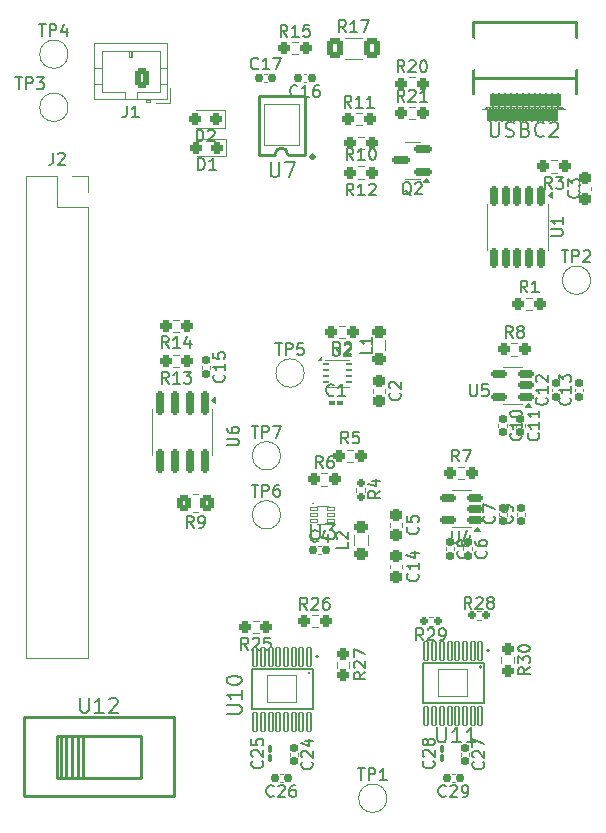
<source format=gbr>
%TF.GenerationSoftware,KiCad,Pcbnew,9.0.0*%
%TF.CreationDate,2025-03-28T15:22:39+02:00*%
%TF.ProjectId,project draft,70726f6a-6563-4742-9064-726166742e6b,rev?*%
%TF.SameCoordinates,Original*%
%TF.FileFunction,Legend,Top*%
%TF.FilePolarity,Positive*%
%FSLAX46Y46*%
G04 Gerber Fmt 4.6, Leading zero omitted, Abs format (unit mm)*
G04 Created by KiCad (PCBNEW 9.0.0) date 2025-03-28 15:22:39*
%MOMM*%
%LPD*%
G01*
G04 APERTURE LIST*
G04 Aperture macros list*
%AMRoundRect*
0 Rectangle with rounded corners*
0 $1 Rounding radius*
0 $2 $3 $4 $5 $6 $7 $8 $9 X,Y pos of 4 corners*
0 Add a 4 corners polygon primitive as box body*
4,1,4,$2,$3,$4,$5,$6,$7,$8,$9,$2,$3,0*
0 Add four circle primitives for the rounded corners*
1,1,$1+$1,$2,$3*
1,1,$1+$1,$4,$5*
1,1,$1+$1,$6,$7*
1,1,$1+$1,$8,$9*
0 Add four rect primitives between the rounded corners*
20,1,$1+$1,$2,$3,$4,$5,0*
20,1,$1+$1,$4,$5,$6,$7,0*
20,1,$1+$1,$6,$7,$8,$9,0*
20,1,$1+$1,$8,$9,$2,$3,0*%
G04 Aperture macros list end*
%ADD10C,0.150000*%
%ADD11C,0.254000*%
%ADD12C,0.120000*%
%ADD13C,0.152400*%
%ADD14C,0.300000*%
%ADD15C,0.100000*%
%ADD16C,0.101600*%
%ADD17RoundRect,0.101600X0.125000X0.475000X-0.125000X0.475000X-0.125000X-0.475000X0.125000X-0.475000X0*%
%ADD18RoundRect,0.101600X-0.125000X-0.475000X0.125000X-0.475000X0.125000X0.475000X-0.125000X0.475000X0*%
%ADD19C,0.600000*%
%ADD20O,1.503200X2.303200*%
%ADD21O,1.903200X1.303200*%
%ADD22O,1.503200X2.703200*%
%ADD23C,2.000000*%
%ADD24O,1.200000X1.750000*%
%ADD25RoundRect,0.250000X0.350000X0.625000X-0.350000X0.625000X-0.350000X-0.625000X0.350000X-0.625000X0*%
%ADD26O,1.700000X1.700000*%
%ADD27R,1.700000X1.700000*%
%ADD28RoundRect,0.237500X0.237500X-0.300000X0.237500X0.300000X-0.237500X0.300000X-0.237500X-0.300000X0*%
%ADD29RoundRect,0.237500X0.250000X0.237500X-0.250000X0.237500X-0.250000X-0.237500X0.250000X-0.237500X0*%
%ADD30RoundRect,0.237500X-0.250000X-0.237500X0.250000X-0.237500X0.250000X0.237500X-0.250000X0.237500X0*%
%ADD31RoundRect,0.150000X-0.150000X0.687500X-0.150000X-0.687500X0.150000X-0.687500X0.150000X0.687500X0*%
%ADD32R,3.300000X2.100000*%
%ADD33RoundRect,0.155000X-0.155000X0.212500X-0.155000X-0.212500X0.155000X-0.212500X0.155000X0.212500X0*%
%ADD34RoundRect,0.075000X-0.212500X-0.075000X0.212500X-0.075000X0.212500X0.075000X-0.212500X0.075000X0*%
%ADD35RoundRect,0.237500X-0.237500X0.300000X-0.237500X-0.300000X0.237500X-0.300000X0.237500X0.300000X0*%
%ADD36RoundRect,0.250000X0.350000X-0.275000X0.350000X0.275000X-0.350000X0.275000X-0.350000X-0.275000X0*%
%ADD37R,0.900000X1.600000*%
%ADD38RoundRect,0.062500X-0.187500X-0.062500X0.187500X-0.062500X0.187500X0.062500X-0.187500X0.062500X0*%
%ADD39RoundRect,0.155000X0.212500X0.155000X-0.212500X0.155000X-0.212500X-0.155000X0.212500X-0.155000X0*%
%ADD40RoundRect,0.100000X0.100000X-0.217500X0.100000X0.217500X-0.100000X0.217500X-0.100000X-0.217500X0*%
%ADD41RoundRect,0.160000X-0.197500X-0.160000X0.197500X-0.160000X0.197500X0.160000X-0.197500X0.160000X0*%
%ADD42RoundRect,0.160000X0.197500X0.160000X-0.197500X0.160000X-0.197500X-0.160000X0.197500X-0.160000X0*%
%ADD43RoundRect,0.237500X-0.237500X0.250000X-0.237500X-0.250000X0.237500X-0.250000X0.237500X0.250000X0*%
%ADD44RoundRect,0.050800X1.200000X1.150000X-1.200000X1.150000X-1.200000X-1.150000X1.200000X-1.150000X0*%
%ADD45RoundRect,0.050800X0.171500X0.780000X-0.171500X0.780000X-0.171500X-0.780000X0.171500X-0.780000X0*%
%ADD46RoundRect,0.250000X-0.400000X-0.625000X0.400000X-0.625000X0.400000X0.625000X-0.400000X0.625000X0*%
%ADD47RoundRect,0.050800X1.500000X1.750000X-1.500000X1.750000X-1.500000X-1.750000X1.500000X-1.750000X0*%
%ADD48O,1.701600X0.701600*%
%ADD49O,1.800000X3.000000*%
%ADD50RoundRect,0.150000X-0.150000X0.825000X-0.150000X-0.825000X0.150000X-0.825000X0.150000X0.825000X0*%
%ADD51RoundRect,0.150000X0.512500X0.150000X-0.512500X0.150000X-0.512500X-0.150000X0.512500X-0.150000X0*%
%ADD52RoundRect,0.050800X-0.300000X0.150000X-0.300000X-0.150000X0.300000X-0.150000X0.300000X0.150000X0*%
%ADD53RoundRect,0.250000X0.350000X0.450000X-0.350000X0.450000X-0.350000X-0.450000X0.350000X-0.450000X0*%
%ADD54RoundRect,0.160000X-0.160000X0.197500X-0.160000X-0.197500X0.160000X-0.197500X0.160000X0.197500X0*%
%ADD55RoundRect,0.150000X0.587500X0.150000X-0.587500X0.150000X-0.587500X-0.150000X0.587500X-0.150000X0*%
%ADD56RoundRect,0.237500X0.287500X0.237500X-0.287500X0.237500X-0.287500X-0.237500X0.287500X-0.237500X0*%
%ADD57RoundRect,0.155000X-0.212500X-0.155000X0.212500X-0.155000X0.212500X0.155000X-0.212500X0.155000X0*%
%ADD58RoundRect,0.155000X0.155000X-0.212500X0.155000X0.212500X-0.155000X0.212500X-0.155000X-0.212500X0*%
G04 APERTURE END LIST*
D10*
X171477618Y-71244626D02*
X171477618Y-72272721D01*
X171477618Y-72272721D02*
X171538095Y-72393673D01*
X171538095Y-72393673D02*
X171598571Y-72454150D01*
X171598571Y-72454150D02*
X171719523Y-72514626D01*
X171719523Y-72514626D02*
X171961428Y-72514626D01*
X171961428Y-72514626D02*
X172082380Y-72454150D01*
X172082380Y-72454150D02*
X172142857Y-72393673D01*
X172142857Y-72393673D02*
X172203333Y-72272721D01*
X172203333Y-72272721D02*
X172203333Y-71244626D01*
X172747618Y-72454150D02*
X172929047Y-72514626D01*
X172929047Y-72514626D02*
X173231428Y-72514626D01*
X173231428Y-72514626D02*
X173352380Y-72454150D01*
X173352380Y-72454150D02*
X173412856Y-72393673D01*
X173412856Y-72393673D02*
X173473333Y-72272721D01*
X173473333Y-72272721D02*
X173473333Y-72151769D01*
X173473333Y-72151769D02*
X173412856Y-72030816D01*
X173412856Y-72030816D02*
X173352380Y-71970340D01*
X173352380Y-71970340D02*
X173231428Y-71909864D01*
X173231428Y-71909864D02*
X172989523Y-71849388D01*
X172989523Y-71849388D02*
X172868571Y-71788911D01*
X172868571Y-71788911D02*
X172808094Y-71728435D01*
X172808094Y-71728435D02*
X172747618Y-71607483D01*
X172747618Y-71607483D02*
X172747618Y-71486530D01*
X172747618Y-71486530D02*
X172808094Y-71365578D01*
X172808094Y-71365578D02*
X172868571Y-71305102D01*
X172868571Y-71305102D02*
X172989523Y-71244626D01*
X172989523Y-71244626D02*
X173291904Y-71244626D01*
X173291904Y-71244626D02*
X173473333Y-71305102D01*
X174440952Y-71849388D02*
X174622380Y-71909864D01*
X174622380Y-71909864D02*
X174682857Y-71970340D01*
X174682857Y-71970340D02*
X174743333Y-72091292D01*
X174743333Y-72091292D02*
X174743333Y-72272721D01*
X174743333Y-72272721D02*
X174682857Y-72393673D01*
X174682857Y-72393673D02*
X174622380Y-72454150D01*
X174622380Y-72454150D02*
X174501428Y-72514626D01*
X174501428Y-72514626D02*
X174017618Y-72514626D01*
X174017618Y-72514626D02*
X174017618Y-71244626D01*
X174017618Y-71244626D02*
X174440952Y-71244626D01*
X174440952Y-71244626D02*
X174561904Y-71305102D01*
X174561904Y-71305102D02*
X174622380Y-71365578D01*
X174622380Y-71365578D02*
X174682857Y-71486530D01*
X174682857Y-71486530D02*
X174682857Y-71607483D01*
X174682857Y-71607483D02*
X174622380Y-71728435D01*
X174622380Y-71728435D02*
X174561904Y-71788911D01*
X174561904Y-71788911D02*
X174440952Y-71849388D01*
X174440952Y-71849388D02*
X174017618Y-71849388D01*
X176013333Y-72393673D02*
X175952857Y-72454150D01*
X175952857Y-72454150D02*
X175771428Y-72514626D01*
X175771428Y-72514626D02*
X175650476Y-72514626D01*
X175650476Y-72514626D02*
X175469047Y-72454150D01*
X175469047Y-72454150D02*
X175348095Y-72333197D01*
X175348095Y-72333197D02*
X175287618Y-72212245D01*
X175287618Y-72212245D02*
X175227142Y-71970340D01*
X175227142Y-71970340D02*
X175227142Y-71788911D01*
X175227142Y-71788911D02*
X175287618Y-71547007D01*
X175287618Y-71547007D02*
X175348095Y-71426054D01*
X175348095Y-71426054D02*
X175469047Y-71305102D01*
X175469047Y-71305102D02*
X175650476Y-71244626D01*
X175650476Y-71244626D02*
X175771428Y-71244626D01*
X175771428Y-71244626D02*
X175952857Y-71305102D01*
X175952857Y-71305102D02*
X176013333Y-71365578D01*
X176497142Y-71365578D02*
X176557618Y-71305102D01*
X176557618Y-71305102D02*
X176678571Y-71244626D01*
X176678571Y-71244626D02*
X176980952Y-71244626D01*
X176980952Y-71244626D02*
X177101904Y-71305102D01*
X177101904Y-71305102D02*
X177162380Y-71365578D01*
X177162380Y-71365578D02*
X177222857Y-71486530D01*
X177222857Y-71486530D02*
X177222857Y-71607483D01*
X177222857Y-71607483D02*
X177162380Y-71788911D01*
X177162380Y-71788911D02*
X176436666Y-72514626D01*
X176436666Y-72514626D02*
X177222857Y-72514626D01*
X151238095Y-96956819D02*
X151809523Y-96956819D01*
X151523809Y-97956819D02*
X151523809Y-96956819D01*
X152142857Y-97956819D02*
X152142857Y-96956819D01*
X152142857Y-96956819D02*
X152523809Y-96956819D01*
X152523809Y-96956819D02*
X152619047Y-97004438D01*
X152619047Y-97004438D02*
X152666666Y-97052057D01*
X152666666Y-97052057D02*
X152714285Y-97147295D01*
X152714285Y-97147295D02*
X152714285Y-97290152D01*
X152714285Y-97290152D02*
X152666666Y-97385390D01*
X152666666Y-97385390D02*
X152619047Y-97433009D01*
X152619047Y-97433009D02*
X152523809Y-97480628D01*
X152523809Y-97480628D02*
X152142857Y-97480628D01*
X153047619Y-96956819D02*
X153714285Y-96956819D01*
X153714285Y-96956819D02*
X153285714Y-97956819D01*
X140666666Y-69854819D02*
X140666666Y-70569104D01*
X140666666Y-70569104D02*
X140619047Y-70711961D01*
X140619047Y-70711961D02*
X140523809Y-70807200D01*
X140523809Y-70807200D02*
X140380952Y-70854819D01*
X140380952Y-70854819D02*
X140285714Y-70854819D01*
X141666666Y-70854819D02*
X141095238Y-70854819D01*
X141380952Y-70854819D02*
X141380952Y-69854819D01*
X141380952Y-69854819D02*
X141285714Y-69997676D01*
X141285714Y-69997676D02*
X141190476Y-70092914D01*
X141190476Y-70092914D02*
X141095238Y-70140533D01*
X134436666Y-73844819D02*
X134436666Y-74559104D01*
X134436666Y-74559104D02*
X134389047Y-74701961D01*
X134389047Y-74701961D02*
X134293809Y-74797200D01*
X134293809Y-74797200D02*
X134150952Y-74844819D01*
X134150952Y-74844819D02*
X134055714Y-74844819D01*
X134865238Y-73940057D02*
X134912857Y-73892438D01*
X134912857Y-73892438D02*
X135008095Y-73844819D01*
X135008095Y-73844819D02*
X135246190Y-73844819D01*
X135246190Y-73844819D02*
X135341428Y-73892438D01*
X135341428Y-73892438D02*
X135389047Y-73940057D01*
X135389047Y-73940057D02*
X135436666Y-74035295D01*
X135436666Y-74035295D02*
X135436666Y-74130533D01*
X135436666Y-74130533D02*
X135389047Y-74273390D01*
X135389047Y-74273390D02*
X134817619Y-74844819D01*
X134817619Y-74844819D02*
X135436666Y-74844819D01*
X178929580Y-77029166D02*
X178977200Y-77076785D01*
X178977200Y-77076785D02*
X179024819Y-77219642D01*
X179024819Y-77219642D02*
X179024819Y-77314880D01*
X179024819Y-77314880D02*
X178977200Y-77457737D01*
X178977200Y-77457737D02*
X178881961Y-77552975D01*
X178881961Y-77552975D02*
X178786723Y-77600594D01*
X178786723Y-77600594D02*
X178596247Y-77648213D01*
X178596247Y-77648213D02*
X178453390Y-77648213D01*
X178453390Y-77648213D02*
X178262914Y-77600594D01*
X178262914Y-77600594D02*
X178167676Y-77552975D01*
X178167676Y-77552975D02*
X178072438Y-77457737D01*
X178072438Y-77457737D02*
X178024819Y-77314880D01*
X178024819Y-77314880D02*
X178024819Y-77219642D01*
X178024819Y-77219642D02*
X178072438Y-77076785D01*
X178072438Y-77076785D02*
X178120057Y-77029166D01*
X178024819Y-76695832D02*
X178024819Y-76076785D01*
X178024819Y-76076785D02*
X178405771Y-76410118D01*
X178405771Y-76410118D02*
X178405771Y-76267261D01*
X178405771Y-76267261D02*
X178453390Y-76172023D01*
X178453390Y-76172023D02*
X178501009Y-76124404D01*
X178501009Y-76124404D02*
X178596247Y-76076785D01*
X178596247Y-76076785D02*
X178834342Y-76076785D01*
X178834342Y-76076785D02*
X178929580Y-76124404D01*
X178929580Y-76124404D02*
X178977200Y-76172023D01*
X178977200Y-76172023D02*
X179024819Y-76267261D01*
X179024819Y-76267261D02*
X179024819Y-76552975D01*
X179024819Y-76552975D02*
X178977200Y-76648213D01*
X178977200Y-76648213D02*
X178929580Y-76695832D01*
X176670933Y-76884819D02*
X176337600Y-76408628D01*
X176099505Y-76884819D02*
X176099505Y-75884819D01*
X176099505Y-75884819D02*
X176480457Y-75884819D01*
X176480457Y-75884819D02*
X176575695Y-75932438D01*
X176575695Y-75932438D02*
X176623314Y-75980057D01*
X176623314Y-75980057D02*
X176670933Y-76075295D01*
X176670933Y-76075295D02*
X176670933Y-76218152D01*
X176670933Y-76218152D02*
X176623314Y-76313390D01*
X176623314Y-76313390D02*
X176575695Y-76361009D01*
X176575695Y-76361009D02*
X176480457Y-76408628D01*
X176480457Y-76408628D02*
X176099505Y-76408628D01*
X177004267Y-75884819D02*
X177623314Y-75884819D01*
X177623314Y-75884819D02*
X177289981Y-76265771D01*
X177289981Y-76265771D02*
X177432838Y-76265771D01*
X177432838Y-76265771D02*
X177528076Y-76313390D01*
X177528076Y-76313390D02*
X177575695Y-76361009D01*
X177575695Y-76361009D02*
X177623314Y-76456247D01*
X177623314Y-76456247D02*
X177623314Y-76694342D01*
X177623314Y-76694342D02*
X177575695Y-76789580D01*
X177575695Y-76789580D02*
X177528076Y-76837200D01*
X177528076Y-76837200D02*
X177432838Y-76884819D01*
X177432838Y-76884819D02*
X177147124Y-76884819D01*
X177147124Y-76884819D02*
X177051886Y-76837200D01*
X177051886Y-76837200D02*
X177004267Y-76789580D01*
X174583433Y-85662319D02*
X174250100Y-85186128D01*
X174012005Y-85662319D02*
X174012005Y-84662319D01*
X174012005Y-84662319D02*
X174392957Y-84662319D01*
X174392957Y-84662319D02*
X174488195Y-84709938D01*
X174488195Y-84709938D02*
X174535814Y-84757557D01*
X174535814Y-84757557D02*
X174583433Y-84852795D01*
X174583433Y-84852795D02*
X174583433Y-84995652D01*
X174583433Y-84995652D02*
X174535814Y-85090890D01*
X174535814Y-85090890D02*
X174488195Y-85138509D01*
X174488195Y-85138509D02*
X174392957Y-85186128D01*
X174392957Y-85186128D02*
X174012005Y-85186128D01*
X175535814Y-85662319D02*
X174964386Y-85662319D01*
X175250100Y-85662319D02*
X175250100Y-84662319D01*
X175250100Y-84662319D02*
X175154862Y-84805176D01*
X175154862Y-84805176D02*
X175059624Y-84900414D01*
X175059624Y-84900414D02*
X174964386Y-84948033D01*
X177488195Y-82094319D02*
X178059623Y-82094319D01*
X177773909Y-83094319D02*
X177773909Y-82094319D01*
X178392957Y-83094319D02*
X178392957Y-82094319D01*
X178392957Y-82094319D02*
X178773909Y-82094319D01*
X178773909Y-82094319D02*
X178869147Y-82141938D01*
X178869147Y-82141938D02*
X178916766Y-82189557D01*
X178916766Y-82189557D02*
X178964385Y-82284795D01*
X178964385Y-82284795D02*
X178964385Y-82427652D01*
X178964385Y-82427652D02*
X178916766Y-82522890D01*
X178916766Y-82522890D02*
X178869147Y-82570509D01*
X178869147Y-82570509D02*
X178773909Y-82618128D01*
X178773909Y-82618128D02*
X178392957Y-82618128D01*
X179345338Y-82189557D02*
X179392957Y-82141938D01*
X179392957Y-82141938D02*
X179488195Y-82094319D01*
X179488195Y-82094319D02*
X179726290Y-82094319D01*
X179726290Y-82094319D02*
X179821528Y-82141938D01*
X179821528Y-82141938D02*
X179869147Y-82189557D01*
X179869147Y-82189557D02*
X179916766Y-82284795D01*
X179916766Y-82284795D02*
X179916766Y-82380033D01*
X179916766Y-82380033D02*
X179869147Y-82522890D01*
X179869147Y-82522890D02*
X179297719Y-83094319D01*
X179297719Y-83094319D02*
X179916766Y-83094319D01*
X176604919Y-80899404D02*
X177414442Y-80899404D01*
X177414442Y-80899404D02*
X177509680Y-80851785D01*
X177509680Y-80851785D02*
X177557300Y-80804166D01*
X177557300Y-80804166D02*
X177604919Y-80708928D01*
X177604919Y-80708928D02*
X177604919Y-80518452D01*
X177604919Y-80518452D02*
X177557300Y-80423214D01*
X177557300Y-80423214D02*
X177509680Y-80375595D01*
X177509680Y-80375595D02*
X177414442Y-80327976D01*
X177414442Y-80327976D02*
X176604919Y-80327976D01*
X177604919Y-79327976D02*
X177604919Y-79899404D01*
X177604919Y-79613690D02*
X176604919Y-79613690D01*
X176604919Y-79613690D02*
X176747776Y-79708928D01*
X176747776Y-79708928D02*
X176843014Y-79804166D01*
X176843014Y-79804166D02*
X176890633Y-79899404D01*
X174019580Y-97575357D02*
X174067200Y-97622976D01*
X174067200Y-97622976D02*
X174114819Y-97765833D01*
X174114819Y-97765833D02*
X174114819Y-97861071D01*
X174114819Y-97861071D02*
X174067200Y-98003928D01*
X174067200Y-98003928D02*
X173971961Y-98099166D01*
X173971961Y-98099166D02*
X173876723Y-98146785D01*
X173876723Y-98146785D02*
X173686247Y-98194404D01*
X173686247Y-98194404D02*
X173543390Y-98194404D01*
X173543390Y-98194404D02*
X173352914Y-98146785D01*
X173352914Y-98146785D02*
X173257676Y-98099166D01*
X173257676Y-98099166D02*
X173162438Y-98003928D01*
X173162438Y-98003928D02*
X173114819Y-97861071D01*
X173114819Y-97861071D02*
X173114819Y-97765833D01*
X173114819Y-97765833D02*
X173162438Y-97622976D01*
X173162438Y-97622976D02*
X173210057Y-97575357D01*
X174114819Y-96622976D02*
X174114819Y-97194404D01*
X174114819Y-96908690D02*
X173114819Y-96908690D01*
X173114819Y-96908690D02*
X173257676Y-97003928D01*
X173257676Y-97003928D02*
X173352914Y-97099166D01*
X173352914Y-97099166D02*
X173400533Y-97194404D01*
X173114819Y-96003928D02*
X173114819Y-95908690D01*
X173114819Y-95908690D02*
X173162438Y-95813452D01*
X173162438Y-95813452D02*
X173210057Y-95765833D01*
X173210057Y-95765833D02*
X173305295Y-95718214D01*
X173305295Y-95718214D02*
X173495771Y-95670595D01*
X173495771Y-95670595D02*
X173733866Y-95670595D01*
X173733866Y-95670595D02*
X173924342Y-95718214D01*
X173924342Y-95718214D02*
X174019580Y-95765833D01*
X174019580Y-95765833D02*
X174067200Y-95813452D01*
X174067200Y-95813452D02*
X174114819Y-95908690D01*
X174114819Y-95908690D02*
X174114819Y-96003928D01*
X174114819Y-96003928D02*
X174067200Y-96099166D01*
X174067200Y-96099166D02*
X174019580Y-96146785D01*
X174019580Y-96146785D02*
X173924342Y-96194404D01*
X173924342Y-96194404D02*
X173733866Y-96242023D01*
X173733866Y-96242023D02*
X173495771Y-96242023D01*
X173495771Y-96242023D02*
X173305295Y-96194404D01*
X173305295Y-96194404D02*
X173210057Y-96146785D01*
X173210057Y-96146785D02*
X173162438Y-96099166D01*
X173162438Y-96099166D02*
X173114819Y-96003928D01*
X158195833Y-94359580D02*
X158148214Y-94407200D01*
X158148214Y-94407200D02*
X158005357Y-94454819D01*
X158005357Y-94454819D02*
X157910119Y-94454819D01*
X157910119Y-94454819D02*
X157767262Y-94407200D01*
X157767262Y-94407200D02*
X157672024Y-94311961D01*
X157672024Y-94311961D02*
X157624405Y-94216723D01*
X157624405Y-94216723D02*
X157576786Y-94026247D01*
X157576786Y-94026247D02*
X157576786Y-93883390D01*
X157576786Y-93883390D02*
X157624405Y-93692914D01*
X157624405Y-93692914D02*
X157672024Y-93597676D01*
X157672024Y-93597676D02*
X157767262Y-93502438D01*
X157767262Y-93502438D02*
X157910119Y-93454819D01*
X157910119Y-93454819D02*
X158005357Y-93454819D01*
X158005357Y-93454819D02*
X158148214Y-93502438D01*
X158148214Y-93502438D02*
X158195833Y-93550057D01*
X159148214Y-94454819D02*
X158576786Y-94454819D01*
X158862500Y-94454819D02*
X158862500Y-93454819D01*
X158862500Y-93454819D02*
X158767262Y-93597676D01*
X158767262Y-93597676D02*
X158672024Y-93692914D01*
X158672024Y-93692914D02*
X158576786Y-93740533D01*
X163789580Y-94166666D02*
X163837200Y-94214285D01*
X163837200Y-94214285D02*
X163884819Y-94357142D01*
X163884819Y-94357142D02*
X163884819Y-94452380D01*
X163884819Y-94452380D02*
X163837200Y-94595237D01*
X163837200Y-94595237D02*
X163741961Y-94690475D01*
X163741961Y-94690475D02*
X163646723Y-94738094D01*
X163646723Y-94738094D02*
X163456247Y-94785713D01*
X163456247Y-94785713D02*
X163313390Y-94785713D01*
X163313390Y-94785713D02*
X163122914Y-94738094D01*
X163122914Y-94738094D02*
X163027676Y-94690475D01*
X163027676Y-94690475D02*
X162932438Y-94595237D01*
X162932438Y-94595237D02*
X162884819Y-94452380D01*
X162884819Y-94452380D02*
X162884819Y-94357142D01*
X162884819Y-94357142D02*
X162932438Y-94214285D01*
X162932438Y-94214285D02*
X162980057Y-94166666D01*
X162980057Y-93785713D02*
X162932438Y-93738094D01*
X162932438Y-93738094D02*
X162884819Y-93642856D01*
X162884819Y-93642856D02*
X162884819Y-93404761D01*
X162884819Y-93404761D02*
X162932438Y-93309523D01*
X162932438Y-93309523D02*
X162980057Y-93261904D01*
X162980057Y-93261904D02*
X163075295Y-93214285D01*
X163075295Y-93214285D02*
X163170533Y-93214285D01*
X163170533Y-93214285D02*
X163313390Y-93261904D01*
X163313390Y-93261904D02*
X163884819Y-93833332D01*
X163884819Y-93833332D02*
X163884819Y-93214285D01*
X161454819Y-90316666D02*
X161454819Y-90792856D01*
X161454819Y-90792856D02*
X160454819Y-90792856D01*
X161454819Y-89459523D02*
X161454819Y-90030951D01*
X161454819Y-89745237D02*
X160454819Y-89745237D01*
X160454819Y-89745237D02*
X160597676Y-89840475D01*
X160597676Y-89840475D02*
X160692914Y-89935713D01*
X160692914Y-89935713D02*
X160740533Y-90030951D01*
X158745833Y-90884819D02*
X158412500Y-90408628D01*
X158174405Y-90884819D02*
X158174405Y-89884819D01*
X158174405Y-89884819D02*
X158555357Y-89884819D01*
X158555357Y-89884819D02*
X158650595Y-89932438D01*
X158650595Y-89932438D02*
X158698214Y-89980057D01*
X158698214Y-89980057D02*
X158745833Y-90075295D01*
X158745833Y-90075295D02*
X158745833Y-90218152D01*
X158745833Y-90218152D02*
X158698214Y-90313390D01*
X158698214Y-90313390D02*
X158650595Y-90361009D01*
X158650595Y-90361009D02*
X158555357Y-90408628D01*
X158555357Y-90408628D02*
X158174405Y-90408628D01*
X159126786Y-89980057D02*
X159174405Y-89932438D01*
X159174405Y-89932438D02*
X159269643Y-89884819D01*
X159269643Y-89884819D02*
X159507738Y-89884819D01*
X159507738Y-89884819D02*
X159602976Y-89932438D01*
X159602976Y-89932438D02*
X159650595Y-89980057D01*
X159650595Y-89980057D02*
X159698214Y-90075295D01*
X159698214Y-90075295D02*
X159698214Y-90170533D01*
X159698214Y-90170533D02*
X159650595Y-90313390D01*
X159650595Y-90313390D02*
X159079167Y-90884819D01*
X159079167Y-90884819D02*
X159698214Y-90884819D01*
X158118095Y-90054819D02*
X158118095Y-90864342D01*
X158118095Y-90864342D02*
X158165714Y-90959580D01*
X158165714Y-90959580D02*
X158213333Y-91007200D01*
X158213333Y-91007200D02*
X158308571Y-91054819D01*
X158308571Y-91054819D02*
X158499047Y-91054819D01*
X158499047Y-91054819D02*
X158594285Y-91007200D01*
X158594285Y-91007200D02*
X158641904Y-90959580D01*
X158641904Y-90959580D02*
X158689523Y-90864342D01*
X158689523Y-90864342D02*
X158689523Y-90054819D01*
X159118095Y-90150057D02*
X159165714Y-90102438D01*
X159165714Y-90102438D02*
X159260952Y-90054819D01*
X159260952Y-90054819D02*
X159499047Y-90054819D01*
X159499047Y-90054819D02*
X159594285Y-90102438D01*
X159594285Y-90102438D02*
X159641904Y-90150057D01*
X159641904Y-90150057D02*
X159689523Y-90245295D01*
X159689523Y-90245295D02*
X159689523Y-90340533D01*
X159689523Y-90340533D02*
X159641904Y-90483390D01*
X159641904Y-90483390D02*
X159070476Y-91054819D01*
X159070476Y-91054819D02*
X159689523Y-91054819D01*
X153238095Y-89956819D02*
X153809523Y-89956819D01*
X153523809Y-90956819D02*
X153523809Y-89956819D01*
X154142857Y-90956819D02*
X154142857Y-89956819D01*
X154142857Y-89956819D02*
X154523809Y-89956819D01*
X154523809Y-89956819D02*
X154619047Y-90004438D01*
X154619047Y-90004438D02*
X154666666Y-90052057D01*
X154666666Y-90052057D02*
X154714285Y-90147295D01*
X154714285Y-90147295D02*
X154714285Y-90290152D01*
X154714285Y-90290152D02*
X154666666Y-90385390D01*
X154666666Y-90385390D02*
X154619047Y-90433009D01*
X154619047Y-90433009D02*
X154523809Y-90480628D01*
X154523809Y-90480628D02*
X154142857Y-90480628D01*
X155619047Y-89956819D02*
X155142857Y-89956819D01*
X155142857Y-89956819D02*
X155095238Y-90433009D01*
X155095238Y-90433009D02*
X155142857Y-90385390D01*
X155142857Y-90385390D02*
X155238095Y-90337771D01*
X155238095Y-90337771D02*
X155476190Y-90337771D01*
X155476190Y-90337771D02*
X155571428Y-90385390D01*
X155571428Y-90385390D02*
X155619047Y-90433009D01*
X155619047Y-90433009D02*
X155666666Y-90528247D01*
X155666666Y-90528247D02*
X155666666Y-90766342D01*
X155666666Y-90766342D02*
X155619047Y-90861580D01*
X155619047Y-90861580D02*
X155571428Y-90909200D01*
X155571428Y-90909200D02*
X155476190Y-90956819D01*
X155476190Y-90956819D02*
X155238095Y-90956819D01*
X155238095Y-90956819D02*
X155142857Y-90909200D01*
X155142857Y-90909200D02*
X155095238Y-90861580D01*
X167682242Y-128299580D02*
X167634623Y-128347200D01*
X167634623Y-128347200D02*
X167491766Y-128394819D01*
X167491766Y-128394819D02*
X167396528Y-128394819D01*
X167396528Y-128394819D02*
X167253671Y-128347200D01*
X167253671Y-128347200D02*
X167158433Y-128251961D01*
X167158433Y-128251961D02*
X167110814Y-128156723D01*
X167110814Y-128156723D02*
X167063195Y-127966247D01*
X167063195Y-127966247D02*
X167063195Y-127823390D01*
X167063195Y-127823390D02*
X167110814Y-127632914D01*
X167110814Y-127632914D02*
X167158433Y-127537676D01*
X167158433Y-127537676D02*
X167253671Y-127442438D01*
X167253671Y-127442438D02*
X167396528Y-127394819D01*
X167396528Y-127394819D02*
X167491766Y-127394819D01*
X167491766Y-127394819D02*
X167634623Y-127442438D01*
X167634623Y-127442438D02*
X167682242Y-127490057D01*
X168063195Y-127490057D02*
X168110814Y-127442438D01*
X168110814Y-127442438D02*
X168206052Y-127394819D01*
X168206052Y-127394819D02*
X168444147Y-127394819D01*
X168444147Y-127394819D02*
X168539385Y-127442438D01*
X168539385Y-127442438D02*
X168587004Y-127490057D01*
X168587004Y-127490057D02*
X168634623Y-127585295D01*
X168634623Y-127585295D02*
X168634623Y-127680533D01*
X168634623Y-127680533D02*
X168587004Y-127823390D01*
X168587004Y-127823390D02*
X168015576Y-128394819D01*
X168015576Y-128394819D02*
X168634623Y-128394819D01*
X169110814Y-128394819D02*
X169301290Y-128394819D01*
X169301290Y-128394819D02*
X169396528Y-128347200D01*
X169396528Y-128347200D02*
X169444147Y-128299580D01*
X169444147Y-128299580D02*
X169539385Y-128156723D01*
X169539385Y-128156723D02*
X169587004Y-127966247D01*
X169587004Y-127966247D02*
X169587004Y-127585295D01*
X169587004Y-127585295D02*
X169539385Y-127490057D01*
X169539385Y-127490057D02*
X169491766Y-127442438D01*
X169491766Y-127442438D02*
X169396528Y-127394819D01*
X169396528Y-127394819D02*
X169206052Y-127394819D01*
X169206052Y-127394819D02*
X169110814Y-127442438D01*
X169110814Y-127442438D02*
X169063195Y-127490057D01*
X169063195Y-127490057D02*
X169015576Y-127585295D01*
X169015576Y-127585295D02*
X169015576Y-127823390D01*
X169015576Y-127823390D02*
X169063195Y-127918628D01*
X169063195Y-127918628D02*
X169110814Y-127966247D01*
X169110814Y-127966247D02*
X169206052Y-128013866D01*
X169206052Y-128013866D02*
X169396528Y-128013866D01*
X169396528Y-128013866D02*
X169491766Y-127966247D01*
X169491766Y-127966247D02*
X169539385Y-127918628D01*
X169539385Y-127918628D02*
X169587004Y-127823390D01*
X166634680Y-125355357D02*
X166682300Y-125402976D01*
X166682300Y-125402976D02*
X166729919Y-125545833D01*
X166729919Y-125545833D02*
X166729919Y-125641071D01*
X166729919Y-125641071D02*
X166682300Y-125783928D01*
X166682300Y-125783928D02*
X166587061Y-125879166D01*
X166587061Y-125879166D02*
X166491823Y-125926785D01*
X166491823Y-125926785D02*
X166301347Y-125974404D01*
X166301347Y-125974404D02*
X166158490Y-125974404D01*
X166158490Y-125974404D02*
X165968014Y-125926785D01*
X165968014Y-125926785D02*
X165872776Y-125879166D01*
X165872776Y-125879166D02*
X165777538Y-125783928D01*
X165777538Y-125783928D02*
X165729919Y-125641071D01*
X165729919Y-125641071D02*
X165729919Y-125545833D01*
X165729919Y-125545833D02*
X165777538Y-125402976D01*
X165777538Y-125402976D02*
X165825157Y-125355357D01*
X165825157Y-124974404D02*
X165777538Y-124926785D01*
X165777538Y-124926785D02*
X165729919Y-124831547D01*
X165729919Y-124831547D02*
X165729919Y-124593452D01*
X165729919Y-124593452D02*
X165777538Y-124498214D01*
X165777538Y-124498214D02*
X165825157Y-124450595D01*
X165825157Y-124450595D02*
X165920395Y-124402976D01*
X165920395Y-124402976D02*
X166015633Y-124402976D01*
X166015633Y-124402976D02*
X166158490Y-124450595D01*
X166158490Y-124450595D02*
X166729919Y-125022023D01*
X166729919Y-125022023D02*
X166729919Y-124402976D01*
X166158490Y-123831547D02*
X166110871Y-123926785D01*
X166110871Y-123926785D02*
X166063252Y-123974404D01*
X166063252Y-123974404D02*
X165968014Y-124022023D01*
X165968014Y-124022023D02*
X165920395Y-124022023D01*
X165920395Y-124022023D02*
X165825157Y-123974404D01*
X165825157Y-123974404D02*
X165777538Y-123926785D01*
X165777538Y-123926785D02*
X165729919Y-123831547D01*
X165729919Y-123831547D02*
X165729919Y-123641071D01*
X165729919Y-123641071D02*
X165777538Y-123545833D01*
X165777538Y-123545833D02*
X165825157Y-123498214D01*
X165825157Y-123498214D02*
X165920395Y-123450595D01*
X165920395Y-123450595D02*
X165968014Y-123450595D01*
X165968014Y-123450595D02*
X166063252Y-123498214D01*
X166063252Y-123498214D02*
X166110871Y-123545833D01*
X166110871Y-123545833D02*
X166158490Y-123641071D01*
X166158490Y-123641071D02*
X166158490Y-123831547D01*
X166158490Y-123831547D02*
X166206109Y-123926785D01*
X166206109Y-123926785D02*
X166253728Y-123974404D01*
X166253728Y-123974404D02*
X166348966Y-124022023D01*
X166348966Y-124022023D02*
X166539442Y-124022023D01*
X166539442Y-124022023D02*
X166634680Y-123974404D01*
X166634680Y-123974404D02*
X166682300Y-123926785D01*
X166682300Y-123926785D02*
X166729919Y-123831547D01*
X166729919Y-123831547D02*
X166729919Y-123641071D01*
X166729919Y-123641071D02*
X166682300Y-123545833D01*
X166682300Y-123545833D02*
X166634680Y-123498214D01*
X166634680Y-123498214D02*
X166539442Y-123450595D01*
X166539442Y-123450595D02*
X166348966Y-123450595D01*
X166348966Y-123450595D02*
X166253728Y-123498214D01*
X166253728Y-123498214D02*
X166206109Y-123545833D01*
X166206109Y-123545833D02*
X166158490Y-123641071D01*
X170844680Y-125422857D02*
X170892300Y-125470476D01*
X170892300Y-125470476D02*
X170939919Y-125613333D01*
X170939919Y-125613333D02*
X170939919Y-125708571D01*
X170939919Y-125708571D02*
X170892300Y-125851428D01*
X170892300Y-125851428D02*
X170797061Y-125946666D01*
X170797061Y-125946666D02*
X170701823Y-125994285D01*
X170701823Y-125994285D02*
X170511347Y-126041904D01*
X170511347Y-126041904D02*
X170368490Y-126041904D01*
X170368490Y-126041904D02*
X170178014Y-125994285D01*
X170178014Y-125994285D02*
X170082776Y-125946666D01*
X170082776Y-125946666D02*
X169987538Y-125851428D01*
X169987538Y-125851428D02*
X169939919Y-125708571D01*
X169939919Y-125708571D02*
X169939919Y-125613333D01*
X169939919Y-125613333D02*
X169987538Y-125470476D01*
X169987538Y-125470476D02*
X170035157Y-125422857D01*
X170035157Y-125041904D02*
X169987538Y-124994285D01*
X169987538Y-124994285D02*
X169939919Y-124899047D01*
X169939919Y-124899047D02*
X169939919Y-124660952D01*
X169939919Y-124660952D02*
X169987538Y-124565714D01*
X169987538Y-124565714D02*
X170035157Y-124518095D01*
X170035157Y-124518095D02*
X170130395Y-124470476D01*
X170130395Y-124470476D02*
X170225633Y-124470476D01*
X170225633Y-124470476D02*
X170368490Y-124518095D01*
X170368490Y-124518095D02*
X170939919Y-125089523D01*
X170939919Y-125089523D02*
X170939919Y-124470476D01*
X169939919Y-124137142D02*
X169939919Y-123470476D01*
X169939919Y-123470476D02*
X170939919Y-123899047D01*
X169857142Y-112454819D02*
X169523809Y-111978628D01*
X169285714Y-112454819D02*
X169285714Y-111454819D01*
X169285714Y-111454819D02*
X169666666Y-111454819D01*
X169666666Y-111454819D02*
X169761904Y-111502438D01*
X169761904Y-111502438D02*
X169809523Y-111550057D01*
X169809523Y-111550057D02*
X169857142Y-111645295D01*
X169857142Y-111645295D02*
X169857142Y-111788152D01*
X169857142Y-111788152D02*
X169809523Y-111883390D01*
X169809523Y-111883390D02*
X169761904Y-111931009D01*
X169761904Y-111931009D02*
X169666666Y-111978628D01*
X169666666Y-111978628D02*
X169285714Y-111978628D01*
X170238095Y-111550057D02*
X170285714Y-111502438D01*
X170285714Y-111502438D02*
X170380952Y-111454819D01*
X170380952Y-111454819D02*
X170619047Y-111454819D01*
X170619047Y-111454819D02*
X170714285Y-111502438D01*
X170714285Y-111502438D02*
X170761904Y-111550057D01*
X170761904Y-111550057D02*
X170809523Y-111645295D01*
X170809523Y-111645295D02*
X170809523Y-111740533D01*
X170809523Y-111740533D02*
X170761904Y-111883390D01*
X170761904Y-111883390D02*
X170190476Y-112454819D01*
X170190476Y-112454819D02*
X170809523Y-112454819D01*
X171380952Y-111883390D02*
X171285714Y-111835771D01*
X171285714Y-111835771D02*
X171238095Y-111788152D01*
X171238095Y-111788152D02*
X171190476Y-111692914D01*
X171190476Y-111692914D02*
X171190476Y-111645295D01*
X171190476Y-111645295D02*
X171238095Y-111550057D01*
X171238095Y-111550057D02*
X171285714Y-111502438D01*
X171285714Y-111502438D02*
X171380952Y-111454819D01*
X171380952Y-111454819D02*
X171571428Y-111454819D01*
X171571428Y-111454819D02*
X171666666Y-111502438D01*
X171666666Y-111502438D02*
X171714285Y-111550057D01*
X171714285Y-111550057D02*
X171761904Y-111645295D01*
X171761904Y-111645295D02*
X171761904Y-111692914D01*
X171761904Y-111692914D02*
X171714285Y-111788152D01*
X171714285Y-111788152D02*
X171666666Y-111835771D01*
X171666666Y-111835771D02*
X171571428Y-111883390D01*
X171571428Y-111883390D02*
X171380952Y-111883390D01*
X171380952Y-111883390D02*
X171285714Y-111931009D01*
X171285714Y-111931009D02*
X171238095Y-111978628D01*
X171238095Y-111978628D02*
X171190476Y-112073866D01*
X171190476Y-112073866D02*
X171190476Y-112264342D01*
X171190476Y-112264342D02*
X171238095Y-112359580D01*
X171238095Y-112359580D02*
X171285714Y-112407200D01*
X171285714Y-112407200D02*
X171380952Y-112454819D01*
X171380952Y-112454819D02*
X171571428Y-112454819D01*
X171571428Y-112454819D02*
X171666666Y-112407200D01*
X171666666Y-112407200D02*
X171714285Y-112359580D01*
X171714285Y-112359580D02*
X171761904Y-112264342D01*
X171761904Y-112264342D02*
X171761904Y-112073866D01*
X171761904Y-112073866D02*
X171714285Y-111978628D01*
X171714285Y-111978628D02*
X171666666Y-111931009D01*
X171666666Y-111931009D02*
X171571428Y-111883390D01*
X165759642Y-115124819D02*
X165426309Y-114648628D01*
X165188214Y-115124819D02*
X165188214Y-114124819D01*
X165188214Y-114124819D02*
X165569166Y-114124819D01*
X165569166Y-114124819D02*
X165664404Y-114172438D01*
X165664404Y-114172438D02*
X165712023Y-114220057D01*
X165712023Y-114220057D02*
X165759642Y-114315295D01*
X165759642Y-114315295D02*
X165759642Y-114458152D01*
X165759642Y-114458152D02*
X165712023Y-114553390D01*
X165712023Y-114553390D02*
X165664404Y-114601009D01*
X165664404Y-114601009D02*
X165569166Y-114648628D01*
X165569166Y-114648628D02*
X165188214Y-114648628D01*
X166140595Y-114220057D02*
X166188214Y-114172438D01*
X166188214Y-114172438D02*
X166283452Y-114124819D01*
X166283452Y-114124819D02*
X166521547Y-114124819D01*
X166521547Y-114124819D02*
X166616785Y-114172438D01*
X166616785Y-114172438D02*
X166664404Y-114220057D01*
X166664404Y-114220057D02*
X166712023Y-114315295D01*
X166712023Y-114315295D02*
X166712023Y-114410533D01*
X166712023Y-114410533D02*
X166664404Y-114553390D01*
X166664404Y-114553390D02*
X166092976Y-115124819D01*
X166092976Y-115124819D02*
X166712023Y-115124819D01*
X167188214Y-115124819D02*
X167378690Y-115124819D01*
X167378690Y-115124819D02*
X167473928Y-115077200D01*
X167473928Y-115077200D02*
X167521547Y-115029580D01*
X167521547Y-115029580D02*
X167616785Y-114886723D01*
X167616785Y-114886723D02*
X167664404Y-114696247D01*
X167664404Y-114696247D02*
X167664404Y-114315295D01*
X167664404Y-114315295D02*
X167616785Y-114220057D01*
X167616785Y-114220057D02*
X167569166Y-114172438D01*
X167569166Y-114172438D02*
X167473928Y-114124819D01*
X167473928Y-114124819D02*
X167283452Y-114124819D01*
X167283452Y-114124819D02*
X167188214Y-114172438D01*
X167188214Y-114172438D02*
X167140595Y-114220057D01*
X167140595Y-114220057D02*
X167092976Y-114315295D01*
X167092976Y-114315295D02*
X167092976Y-114553390D01*
X167092976Y-114553390D02*
X167140595Y-114648628D01*
X167140595Y-114648628D02*
X167188214Y-114696247D01*
X167188214Y-114696247D02*
X167283452Y-114743866D01*
X167283452Y-114743866D02*
X167473928Y-114743866D01*
X167473928Y-114743866D02*
X167569166Y-114696247D01*
X167569166Y-114696247D02*
X167616785Y-114648628D01*
X167616785Y-114648628D02*
X167664404Y-114553390D01*
X174797419Y-117422857D02*
X174321228Y-117756190D01*
X174797419Y-117994285D02*
X173797419Y-117994285D01*
X173797419Y-117994285D02*
X173797419Y-117613333D01*
X173797419Y-117613333D02*
X173845038Y-117518095D01*
X173845038Y-117518095D02*
X173892657Y-117470476D01*
X173892657Y-117470476D02*
X173987895Y-117422857D01*
X173987895Y-117422857D02*
X174130752Y-117422857D01*
X174130752Y-117422857D02*
X174225990Y-117470476D01*
X174225990Y-117470476D02*
X174273609Y-117518095D01*
X174273609Y-117518095D02*
X174321228Y-117613333D01*
X174321228Y-117613333D02*
X174321228Y-117994285D01*
X173797419Y-117089523D02*
X173797419Y-116470476D01*
X173797419Y-116470476D02*
X174178371Y-116803809D01*
X174178371Y-116803809D02*
X174178371Y-116660952D01*
X174178371Y-116660952D02*
X174225990Y-116565714D01*
X174225990Y-116565714D02*
X174273609Y-116518095D01*
X174273609Y-116518095D02*
X174368847Y-116470476D01*
X174368847Y-116470476D02*
X174606942Y-116470476D01*
X174606942Y-116470476D02*
X174702180Y-116518095D01*
X174702180Y-116518095D02*
X174749800Y-116565714D01*
X174749800Y-116565714D02*
X174797419Y-116660952D01*
X174797419Y-116660952D02*
X174797419Y-116946666D01*
X174797419Y-116946666D02*
X174749800Y-117041904D01*
X174749800Y-117041904D02*
X174702180Y-117089523D01*
X173797419Y-115851428D02*
X173797419Y-115756190D01*
X173797419Y-115756190D02*
X173845038Y-115660952D01*
X173845038Y-115660952D02*
X173892657Y-115613333D01*
X173892657Y-115613333D02*
X173987895Y-115565714D01*
X173987895Y-115565714D02*
X174178371Y-115518095D01*
X174178371Y-115518095D02*
X174416466Y-115518095D01*
X174416466Y-115518095D02*
X174606942Y-115565714D01*
X174606942Y-115565714D02*
X174702180Y-115613333D01*
X174702180Y-115613333D02*
X174749800Y-115660952D01*
X174749800Y-115660952D02*
X174797419Y-115756190D01*
X174797419Y-115756190D02*
X174797419Y-115851428D01*
X174797419Y-115851428D02*
X174749800Y-115946666D01*
X174749800Y-115946666D02*
X174702180Y-115994285D01*
X174702180Y-115994285D02*
X174606942Y-116041904D01*
X174606942Y-116041904D02*
X174416466Y-116089523D01*
X174416466Y-116089523D02*
X174178371Y-116089523D01*
X174178371Y-116089523D02*
X173987895Y-116041904D01*
X173987895Y-116041904D02*
X173892657Y-115994285D01*
X173892657Y-115994285D02*
X173845038Y-115946666D01*
X173845038Y-115946666D02*
X173797419Y-115851428D01*
X166976468Y-122484726D02*
X166976468Y-123512821D01*
X166976468Y-123512821D02*
X167036945Y-123633773D01*
X167036945Y-123633773D02*
X167097421Y-123694250D01*
X167097421Y-123694250D02*
X167218373Y-123754726D01*
X167218373Y-123754726D02*
X167460278Y-123754726D01*
X167460278Y-123754726D02*
X167581230Y-123694250D01*
X167581230Y-123694250D02*
X167641707Y-123633773D01*
X167641707Y-123633773D02*
X167702183Y-123512821D01*
X167702183Y-123512821D02*
X167702183Y-122484726D01*
X168972183Y-123754726D02*
X168246468Y-123754726D01*
X168609325Y-123754726D02*
X168609325Y-122484726D01*
X168609325Y-122484726D02*
X168488373Y-122666154D01*
X168488373Y-122666154D02*
X168367421Y-122787107D01*
X168367421Y-122787107D02*
X168246468Y-122847583D01*
X170181707Y-123754726D02*
X169455992Y-123754726D01*
X169818849Y-123754726D02*
X169818849Y-122484726D01*
X169818849Y-122484726D02*
X169697897Y-122666154D01*
X169697897Y-122666154D02*
X169576945Y-122787107D01*
X169576945Y-122787107D02*
X169455992Y-122847583D01*
X159232142Y-63634819D02*
X158898809Y-63158628D01*
X158660714Y-63634819D02*
X158660714Y-62634819D01*
X158660714Y-62634819D02*
X159041666Y-62634819D01*
X159041666Y-62634819D02*
X159136904Y-62682438D01*
X159136904Y-62682438D02*
X159184523Y-62730057D01*
X159184523Y-62730057D02*
X159232142Y-62825295D01*
X159232142Y-62825295D02*
X159232142Y-62968152D01*
X159232142Y-62968152D02*
X159184523Y-63063390D01*
X159184523Y-63063390D02*
X159136904Y-63111009D01*
X159136904Y-63111009D02*
X159041666Y-63158628D01*
X159041666Y-63158628D02*
X158660714Y-63158628D01*
X160184523Y-63634819D02*
X159613095Y-63634819D01*
X159898809Y-63634819D02*
X159898809Y-62634819D01*
X159898809Y-62634819D02*
X159803571Y-62777676D01*
X159803571Y-62777676D02*
X159708333Y-62872914D01*
X159708333Y-62872914D02*
X159613095Y-62920533D01*
X160517857Y-62634819D02*
X161184523Y-62634819D01*
X161184523Y-62634819D02*
X160755952Y-63634819D01*
X164182142Y-67014819D02*
X163848809Y-66538628D01*
X163610714Y-67014819D02*
X163610714Y-66014819D01*
X163610714Y-66014819D02*
X163991666Y-66014819D01*
X163991666Y-66014819D02*
X164086904Y-66062438D01*
X164086904Y-66062438D02*
X164134523Y-66110057D01*
X164134523Y-66110057D02*
X164182142Y-66205295D01*
X164182142Y-66205295D02*
X164182142Y-66348152D01*
X164182142Y-66348152D02*
X164134523Y-66443390D01*
X164134523Y-66443390D02*
X164086904Y-66491009D01*
X164086904Y-66491009D02*
X163991666Y-66538628D01*
X163991666Y-66538628D02*
X163610714Y-66538628D01*
X164563095Y-66110057D02*
X164610714Y-66062438D01*
X164610714Y-66062438D02*
X164705952Y-66014819D01*
X164705952Y-66014819D02*
X164944047Y-66014819D01*
X164944047Y-66014819D02*
X165039285Y-66062438D01*
X165039285Y-66062438D02*
X165086904Y-66110057D01*
X165086904Y-66110057D02*
X165134523Y-66205295D01*
X165134523Y-66205295D02*
X165134523Y-66300533D01*
X165134523Y-66300533D02*
X165086904Y-66443390D01*
X165086904Y-66443390D02*
X164515476Y-67014819D01*
X164515476Y-67014819D02*
X165134523Y-67014819D01*
X165753571Y-66014819D02*
X165848809Y-66014819D01*
X165848809Y-66014819D02*
X165944047Y-66062438D01*
X165944047Y-66062438D02*
X165991666Y-66110057D01*
X165991666Y-66110057D02*
X166039285Y-66205295D01*
X166039285Y-66205295D02*
X166086904Y-66395771D01*
X166086904Y-66395771D02*
X166086904Y-66633866D01*
X166086904Y-66633866D02*
X166039285Y-66824342D01*
X166039285Y-66824342D02*
X165991666Y-66919580D01*
X165991666Y-66919580D02*
X165944047Y-66967200D01*
X165944047Y-66967200D02*
X165848809Y-67014819D01*
X165848809Y-67014819D02*
X165753571Y-67014819D01*
X165753571Y-67014819D02*
X165658333Y-66967200D01*
X165658333Y-66967200D02*
X165610714Y-66919580D01*
X165610714Y-66919580D02*
X165563095Y-66824342D01*
X165563095Y-66824342D02*
X165515476Y-66633866D01*
X165515476Y-66633866D02*
X165515476Y-66395771D01*
X165515476Y-66395771D02*
X165563095Y-66205295D01*
X165563095Y-66205295D02*
X165610714Y-66110057D01*
X165610714Y-66110057D02*
X165658333Y-66062438D01*
X165658333Y-66062438D02*
X165753571Y-66014819D01*
X164182142Y-69524819D02*
X163848809Y-69048628D01*
X163610714Y-69524819D02*
X163610714Y-68524819D01*
X163610714Y-68524819D02*
X163991666Y-68524819D01*
X163991666Y-68524819D02*
X164086904Y-68572438D01*
X164086904Y-68572438D02*
X164134523Y-68620057D01*
X164134523Y-68620057D02*
X164182142Y-68715295D01*
X164182142Y-68715295D02*
X164182142Y-68858152D01*
X164182142Y-68858152D02*
X164134523Y-68953390D01*
X164134523Y-68953390D02*
X164086904Y-69001009D01*
X164086904Y-69001009D02*
X163991666Y-69048628D01*
X163991666Y-69048628D02*
X163610714Y-69048628D01*
X164563095Y-68620057D02*
X164610714Y-68572438D01*
X164610714Y-68572438D02*
X164705952Y-68524819D01*
X164705952Y-68524819D02*
X164944047Y-68524819D01*
X164944047Y-68524819D02*
X165039285Y-68572438D01*
X165039285Y-68572438D02*
X165086904Y-68620057D01*
X165086904Y-68620057D02*
X165134523Y-68715295D01*
X165134523Y-68715295D02*
X165134523Y-68810533D01*
X165134523Y-68810533D02*
X165086904Y-68953390D01*
X165086904Y-68953390D02*
X164515476Y-69524819D01*
X164515476Y-69524819D02*
X165134523Y-69524819D01*
X166086904Y-69524819D02*
X165515476Y-69524819D01*
X165801190Y-69524819D02*
X165801190Y-68524819D01*
X165801190Y-68524819D02*
X165705952Y-68667676D01*
X165705952Y-68667676D02*
X165610714Y-68762914D01*
X165610714Y-68762914D02*
X165515476Y-68810533D01*
X133238095Y-62956819D02*
X133809523Y-62956819D01*
X133523809Y-63956819D02*
X133523809Y-62956819D01*
X134142857Y-63956819D02*
X134142857Y-62956819D01*
X134142857Y-62956819D02*
X134523809Y-62956819D01*
X134523809Y-62956819D02*
X134619047Y-63004438D01*
X134619047Y-63004438D02*
X134666666Y-63052057D01*
X134666666Y-63052057D02*
X134714285Y-63147295D01*
X134714285Y-63147295D02*
X134714285Y-63290152D01*
X134714285Y-63290152D02*
X134666666Y-63385390D01*
X134666666Y-63385390D02*
X134619047Y-63433009D01*
X134619047Y-63433009D02*
X134523809Y-63480628D01*
X134523809Y-63480628D02*
X134142857Y-63480628D01*
X135571428Y-63290152D02*
X135571428Y-63956819D01*
X135333333Y-62909200D02*
X135095238Y-63623485D01*
X135095238Y-63623485D02*
X135714285Y-63623485D01*
X131238095Y-67456819D02*
X131809523Y-67456819D01*
X131523809Y-68456819D02*
X131523809Y-67456819D01*
X132142857Y-68456819D02*
X132142857Y-67456819D01*
X132142857Y-67456819D02*
X132523809Y-67456819D01*
X132523809Y-67456819D02*
X132619047Y-67504438D01*
X132619047Y-67504438D02*
X132666666Y-67552057D01*
X132666666Y-67552057D02*
X132714285Y-67647295D01*
X132714285Y-67647295D02*
X132714285Y-67790152D01*
X132714285Y-67790152D02*
X132666666Y-67885390D01*
X132666666Y-67885390D02*
X132619047Y-67933009D01*
X132619047Y-67933009D02*
X132523809Y-67980628D01*
X132523809Y-67980628D02*
X132142857Y-67980628D01*
X133047619Y-67456819D02*
X133666666Y-67456819D01*
X133666666Y-67456819D02*
X133333333Y-67837771D01*
X133333333Y-67837771D02*
X133476190Y-67837771D01*
X133476190Y-67837771D02*
X133571428Y-67885390D01*
X133571428Y-67885390D02*
X133619047Y-67933009D01*
X133619047Y-67933009D02*
X133666666Y-68028247D01*
X133666666Y-68028247D02*
X133666666Y-68266342D01*
X133666666Y-68266342D02*
X133619047Y-68361580D01*
X133619047Y-68361580D02*
X133571428Y-68409200D01*
X133571428Y-68409200D02*
X133476190Y-68456819D01*
X133476190Y-68456819D02*
X133190476Y-68456819D01*
X133190476Y-68456819D02*
X133095238Y-68409200D01*
X133095238Y-68409200D02*
X133047619Y-68361580D01*
X152857380Y-74635932D02*
X152857380Y-75664027D01*
X152857380Y-75664027D02*
X152917857Y-75784979D01*
X152917857Y-75784979D02*
X152978333Y-75845456D01*
X152978333Y-75845456D02*
X153099285Y-75905932D01*
X153099285Y-75905932D02*
X153341190Y-75905932D01*
X153341190Y-75905932D02*
X153462142Y-75845456D01*
X153462142Y-75845456D02*
X153522619Y-75784979D01*
X153522619Y-75784979D02*
X153583095Y-75664027D01*
X153583095Y-75664027D02*
X153583095Y-74635932D01*
X154066904Y-74635932D02*
X154913571Y-74635932D01*
X154913571Y-74635932D02*
X154369285Y-75905932D01*
X136727718Y-119997726D02*
X136727718Y-121025821D01*
X136727718Y-121025821D02*
X136788195Y-121146773D01*
X136788195Y-121146773D02*
X136848671Y-121207250D01*
X136848671Y-121207250D02*
X136969623Y-121267726D01*
X136969623Y-121267726D02*
X137211528Y-121267726D01*
X137211528Y-121267726D02*
X137332480Y-121207250D01*
X137332480Y-121207250D02*
X137392957Y-121146773D01*
X137392957Y-121146773D02*
X137453433Y-121025821D01*
X137453433Y-121025821D02*
X137453433Y-119997726D01*
X138723433Y-121267726D02*
X137997718Y-121267726D01*
X138360575Y-121267726D02*
X138360575Y-119997726D01*
X138360575Y-119997726D02*
X138239623Y-120179154D01*
X138239623Y-120179154D02*
X138118671Y-120300107D01*
X138118671Y-120300107D02*
X137997718Y-120360583D01*
X139207242Y-120118678D02*
X139267718Y-120058202D01*
X139267718Y-120058202D02*
X139388671Y-119997726D01*
X139388671Y-119997726D02*
X139691052Y-119997726D01*
X139691052Y-119997726D02*
X139812004Y-120058202D01*
X139812004Y-120058202D02*
X139872480Y-120118678D01*
X139872480Y-120118678D02*
X139932957Y-120239630D01*
X139932957Y-120239630D02*
X139932957Y-120360583D01*
X139932957Y-120360583D02*
X139872480Y-120542011D01*
X139872480Y-120542011D02*
X139146766Y-121267726D01*
X139146766Y-121267726D02*
X139932957Y-121267726D01*
X149134826Y-121352381D02*
X150162921Y-121352381D01*
X150162921Y-121352381D02*
X150283873Y-121291904D01*
X150283873Y-121291904D02*
X150344350Y-121231428D01*
X150344350Y-121231428D02*
X150404826Y-121110476D01*
X150404826Y-121110476D02*
X150404826Y-120868571D01*
X150404826Y-120868571D02*
X150344350Y-120747619D01*
X150344350Y-120747619D02*
X150283873Y-120687142D01*
X150283873Y-120687142D02*
X150162921Y-120626666D01*
X150162921Y-120626666D02*
X149134826Y-120626666D01*
X150404826Y-119356666D02*
X150404826Y-120082381D01*
X150404826Y-119719524D02*
X149134826Y-119719524D01*
X149134826Y-119719524D02*
X149316254Y-119840476D01*
X149316254Y-119840476D02*
X149437207Y-119961428D01*
X149437207Y-119961428D02*
X149497683Y-120082381D01*
X149134826Y-118570476D02*
X149134826Y-118449523D01*
X149134826Y-118449523D02*
X149195302Y-118328571D01*
X149195302Y-118328571D02*
X149255778Y-118268095D01*
X149255778Y-118268095D02*
X149376730Y-118207619D01*
X149376730Y-118207619D02*
X149618635Y-118147142D01*
X149618635Y-118147142D02*
X149921016Y-118147142D01*
X149921016Y-118147142D02*
X150162921Y-118207619D01*
X150162921Y-118207619D02*
X150283873Y-118268095D01*
X150283873Y-118268095D02*
X150344350Y-118328571D01*
X150344350Y-118328571D02*
X150404826Y-118449523D01*
X150404826Y-118449523D02*
X150404826Y-118570476D01*
X150404826Y-118570476D02*
X150344350Y-118691428D01*
X150344350Y-118691428D02*
X150283873Y-118751904D01*
X150283873Y-118751904D02*
X150162921Y-118812381D01*
X150162921Y-118812381D02*
X149921016Y-118872857D01*
X149921016Y-118872857D02*
X149618635Y-118872857D01*
X149618635Y-118872857D02*
X149376730Y-118812381D01*
X149376730Y-118812381D02*
X149255778Y-118751904D01*
X149255778Y-118751904D02*
X149195302Y-118691428D01*
X149195302Y-118691428D02*
X149134826Y-118570476D01*
X149159819Y-98611904D02*
X149969342Y-98611904D01*
X149969342Y-98611904D02*
X150064580Y-98564285D01*
X150064580Y-98564285D02*
X150112200Y-98516666D01*
X150112200Y-98516666D02*
X150159819Y-98421428D01*
X150159819Y-98421428D02*
X150159819Y-98230952D01*
X150159819Y-98230952D02*
X150112200Y-98135714D01*
X150112200Y-98135714D02*
X150064580Y-98088095D01*
X150064580Y-98088095D02*
X149969342Y-98040476D01*
X149969342Y-98040476D02*
X149159819Y-98040476D01*
X149159819Y-97135714D02*
X149159819Y-97326190D01*
X149159819Y-97326190D02*
X149207438Y-97421428D01*
X149207438Y-97421428D02*
X149255057Y-97469047D01*
X149255057Y-97469047D02*
X149397914Y-97564285D01*
X149397914Y-97564285D02*
X149588390Y-97611904D01*
X149588390Y-97611904D02*
X149969342Y-97611904D01*
X149969342Y-97611904D02*
X150064580Y-97564285D01*
X150064580Y-97564285D02*
X150112200Y-97516666D01*
X150112200Y-97516666D02*
X150159819Y-97421428D01*
X150159819Y-97421428D02*
X150159819Y-97230952D01*
X150159819Y-97230952D02*
X150112200Y-97135714D01*
X150112200Y-97135714D02*
X150064580Y-97088095D01*
X150064580Y-97088095D02*
X149969342Y-97040476D01*
X149969342Y-97040476D02*
X149731247Y-97040476D01*
X149731247Y-97040476D02*
X149636009Y-97088095D01*
X149636009Y-97088095D02*
X149588390Y-97135714D01*
X149588390Y-97135714D02*
X149540771Y-97230952D01*
X149540771Y-97230952D02*
X149540771Y-97421428D01*
X149540771Y-97421428D02*
X149588390Y-97516666D01*
X149588390Y-97516666D02*
X149636009Y-97564285D01*
X149636009Y-97564285D02*
X149731247Y-97611904D01*
X169738095Y-93454819D02*
X169738095Y-94264342D01*
X169738095Y-94264342D02*
X169785714Y-94359580D01*
X169785714Y-94359580D02*
X169833333Y-94407200D01*
X169833333Y-94407200D02*
X169928571Y-94454819D01*
X169928571Y-94454819D02*
X170119047Y-94454819D01*
X170119047Y-94454819D02*
X170214285Y-94407200D01*
X170214285Y-94407200D02*
X170261904Y-94359580D01*
X170261904Y-94359580D02*
X170309523Y-94264342D01*
X170309523Y-94264342D02*
X170309523Y-93454819D01*
X171261904Y-93454819D02*
X170785714Y-93454819D01*
X170785714Y-93454819D02*
X170738095Y-93931009D01*
X170738095Y-93931009D02*
X170785714Y-93883390D01*
X170785714Y-93883390D02*
X170880952Y-93835771D01*
X170880952Y-93835771D02*
X171119047Y-93835771D01*
X171119047Y-93835771D02*
X171214285Y-93883390D01*
X171214285Y-93883390D02*
X171261904Y-93931009D01*
X171261904Y-93931009D02*
X171309523Y-94026247D01*
X171309523Y-94026247D02*
X171309523Y-94264342D01*
X171309523Y-94264342D02*
X171261904Y-94359580D01*
X171261904Y-94359580D02*
X171214285Y-94407200D01*
X171214285Y-94407200D02*
X171119047Y-94454819D01*
X171119047Y-94454819D02*
X170880952Y-94454819D01*
X170880952Y-94454819D02*
X170785714Y-94407200D01*
X170785714Y-94407200D02*
X170738095Y-94359580D01*
X168238095Y-105854819D02*
X168238095Y-106664342D01*
X168238095Y-106664342D02*
X168285714Y-106759580D01*
X168285714Y-106759580D02*
X168333333Y-106807200D01*
X168333333Y-106807200D02*
X168428571Y-106854819D01*
X168428571Y-106854819D02*
X168619047Y-106854819D01*
X168619047Y-106854819D02*
X168714285Y-106807200D01*
X168714285Y-106807200D02*
X168761904Y-106759580D01*
X168761904Y-106759580D02*
X168809523Y-106664342D01*
X168809523Y-106664342D02*
X168809523Y-105854819D01*
X169714285Y-106188152D02*
X169714285Y-106854819D01*
X169476190Y-105807200D02*
X169238095Y-106521485D01*
X169238095Y-106521485D02*
X169857142Y-106521485D01*
X156282280Y-105309726D02*
X156282280Y-106337821D01*
X156282280Y-106337821D02*
X156342757Y-106458773D01*
X156342757Y-106458773D02*
X156403233Y-106519250D01*
X156403233Y-106519250D02*
X156524185Y-106579726D01*
X156524185Y-106579726D02*
X156766090Y-106579726D01*
X156766090Y-106579726D02*
X156887042Y-106519250D01*
X156887042Y-106519250D02*
X156947519Y-106458773D01*
X156947519Y-106458773D02*
X157007995Y-106337821D01*
X157007995Y-106337821D02*
X157007995Y-105309726D01*
X157491804Y-105309726D02*
X158277995Y-105309726D01*
X158277995Y-105309726D02*
X157854661Y-105793535D01*
X157854661Y-105793535D02*
X158036090Y-105793535D01*
X158036090Y-105793535D02*
X158157042Y-105854011D01*
X158157042Y-105854011D02*
X158217518Y-105914488D01*
X158217518Y-105914488D02*
X158277995Y-106035440D01*
X158277995Y-106035440D02*
X158277995Y-106337821D01*
X158277995Y-106337821D02*
X158217518Y-106458773D01*
X158217518Y-106458773D02*
X158157042Y-106519250D01*
X158157042Y-106519250D02*
X158036090Y-106579726D01*
X158036090Y-106579726D02*
X157673233Y-106579726D01*
X157673233Y-106579726D02*
X157552280Y-106519250D01*
X157552280Y-106519250D02*
X157491804Y-106458773D01*
X151238095Y-101956819D02*
X151809523Y-101956819D01*
X151523809Y-102956819D02*
X151523809Y-101956819D01*
X152142857Y-102956819D02*
X152142857Y-101956819D01*
X152142857Y-101956819D02*
X152523809Y-101956819D01*
X152523809Y-101956819D02*
X152619047Y-102004438D01*
X152619047Y-102004438D02*
X152666666Y-102052057D01*
X152666666Y-102052057D02*
X152714285Y-102147295D01*
X152714285Y-102147295D02*
X152714285Y-102290152D01*
X152714285Y-102290152D02*
X152666666Y-102385390D01*
X152666666Y-102385390D02*
X152619047Y-102433009D01*
X152619047Y-102433009D02*
X152523809Y-102480628D01*
X152523809Y-102480628D02*
X152142857Y-102480628D01*
X153571428Y-101956819D02*
X153380952Y-101956819D01*
X153380952Y-101956819D02*
X153285714Y-102004438D01*
X153285714Y-102004438D02*
X153238095Y-102052057D01*
X153238095Y-102052057D02*
X153142857Y-102194914D01*
X153142857Y-102194914D02*
X153095238Y-102385390D01*
X153095238Y-102385390D02*
X153095238Y-102766342D01*
X153095238Y-102766342D02*
X153142857Y-102861580D01*
X153142857Y-102861580D02*
X153190476Y-102909200D01*
X153190476Y-102909200D02*
X153285714Y-102956819D01*
X153285714Y-102956819D02*
X153476190Y-102956819D01*
X153476190Y-102956819D02*
X153571428Y-102909200D01*
X153571428Y-102909200D02*
X153619047Y-102861580D01*
X153619047Y-102861580D02*
X153666666Y-102766342D01*
X153666666Y-102766342D02*
X153666666Y-102528247D01*
X153666666Y-102528247D02*
X153619047Y-102433009D01*
X153619047Y-102433009D02*
X153571428Y-102385390D01*
X153571428Y-102385390D02*
X153476190Y-102337771D01*
X153476190Y-102337771D02*
X153285714Y-102337771D01*
X153285714Y-102337771D02*
X153190476Y-102385390D01*
X153190476Y-102385390D02*
X153142857Y-102433009D01*
X153142857Y-102433009D02*
X153095238Y-102528247D01*
X160238095Y-125956819D02*
X160809523Y-125956819D01*
X160523809Y-126956819D02*
X160523809Y-125956819D01*
X161142857Y-126956819D02*
X161142857Y-125956819D01*
X161142857Y-125956819D02*
X161523809Y-125956819D01*
X161523809Y-125956819D02*
X161619047Y-126004438D01*
X161619047Y-126004438D02*
X161666666Y-126052057D01*
X161666666Y-126052057D02*
X161714285Y-126147295D01*
X161714285Y-126147295D02*
X161714285Y-126290152D01*
X161714285Y-126290152D02*
X161666666Y-126385390D01*
X161666666Y-126385390D02*
X161619047Y-126433009D01*
X161619047Y-126433009D02*
X161523809Y-126480628D01*
X161523809Y-126480628D02*
X161142857Y-126480628D01*
X162666666Y-126956819D02*
X162095238Y-126956819D01*
X162380952Y-126956819D02*
X162380952Y-125956819D01*
X162380952Y-125956819D02*
X162285714Y-126099676D01*
X162285714Y-126099676D02*
X162190476Y-126194914D01*
X162190476Y-126194914D02*
X162095238Y-126242533D01*
X160884819Y-117835357D02*
X160408628Y-118168690D01*
X160884819Y-118406785D02*
X159884819Y-118406785D01*
X159884819Y-118406785D02*
X159884819Y-118025833D01*
X159884819Y-118025833D02*
X159932438Y-117930595D01*
X159932438Y-117930595D02*
X159980057Y-117882976D01*
X159980057Y-117882976D02*
X160075295Y-117835357D01*
X160075295Y-117835357D02*
X160218152Y-117835357D01*
X160218152Y-117835357D02*
X160313390Y-117882976D01*
X160313390Y-117882976D02*
X160361009Y-117930595D01*
X160361009Y-117930595D02*
X160408628Y-118025833D01*
X160408628Y-118025833D02*
X160408628Y-118406785D01*
X159980057Y-117454404D02*
X159932438Y-117406785D01*
X159932438Y-117406785D02*
X159884819Y-117311547D01*
X159884819Y-117311547D02*
X159884819Y-117073452D01*
X159884819Y-117073452D02*
X159932438Y-116978214D01*
X159932438Y-116978214D02*
X159980057Y-116930595D01*
X159980057Y-116930595D02*
X160075295Y-116882976D01*
X160075295Y-116882976D02*
X160170533Y-116882976D01*
X160170533Y-116882976D02*
X160313390Y-116930595D01*
X160313390Y-116930595D02*
X160884819Y-117502023D01*
X160884819Y-117502023D02*
X160884819Y-116882976D01*
X159884819Y-116549642D02*
X159884819Y-115882976D01*
X159884819Y-115882976D02*
X160884819Y-116311547D01*
X155944642Y-112524819D02*
X155611309Y-112048628D01*
X155373214Y-112524819D02*
X155373214Y-111524819D01*
X155373214Y-111524819D02*
X155754166Y-111524819D01*
X155754166Y-111524819D02*
X155849404Y-111572438D01*
X155849404Y-111572438D02*
X155897023Y-111620057D01*
X155897023Y-111620057D02*
X155944642Y-111715295D01*
X155944642Y-111715295D02*
X155944642Y-111858152D01*
X155944642Y-111858152D02*
X155897023Y-111953390D01*
X155897023Y-111953390D02*
X155849404Y-112001009D01*
X155849404Y-112001009D02*
X155754166Y-112048628D01*
X155754166Y-112048628D02*
X155373214Y-112048628D01*
X156325595Y-111620057D02*
X156373214Y-111572438D01*
X156373214Y-111572438D02*
X156468452Y-111524819D01*
X156468452Y-111524819D02*
X156706547Y-111524819D01*
X156706547Y-111524819D02*
X156801785Y-111572438D01*
X156801785Y-111572438D02*
X156849404Y-111620057D01*
X156849404Y-111620057D02*
X156897023Y-111715295D01*
X156897023Y-111715295D02*
X156897023Y-111810533D01*
X156897023Y-111810533D02*
X156849404Y-111953390D01*
X156849404Y-111953390D02*
X156277976Y-112524819D01*
X156277976Y-112524819D02*
X156897023Y-112524819D01*
X157754166Y-111524819D02*
X157563690Y-111524819D01*
X157563690Y-111524819D02*
X157468452Y-111572438D01*
X157468452Y-111572438D02*
X157420833Y-111620057D01*
X157420833Y-111620057D02*
X157325595Y-111762914D01*
X157325595Y-111762914D02*
X157277976Y-111953390D01*
X157277976Y-111953390D02*
X157277976Y-112334342D01*
X157277976Y-112334342D02*
X157325595Y-112429580D01*
X157325595Y-112429580D02*
X157373214Y-112477200D01*
X157373214Y-112477200D02*
X157468452Y-112524819D01*
X157468452Y-112524819D02*
X157658928Y-112524819D01*
X157658928Y-112524819D02*
X157754166Y-112477200D01*
X157754166Y-112477200D02*
X157801785Y-112429580D01*
X157801785Y-112429580D02*
X157849404Y-112334342D01*
X157849404Y-112334342D02*
X157849404Y-112096247D01*
X157849404Y-112096247D02*
X157801785Y-112001009D01*
X157801785Y-112001009D02*
X157754166Y-111953390D01*
X157754166Y-111953390D02*
X157658928Y-111905771D01*
X157658928Y-111905771D02*
X157468452Y-111905771D01*
X157468452Y-111905771D02*
X157373214Y-111953390D01*
X157373214Y-111953390D02*
X157325595Y-112001009D01*
X157325595Y-112001009D02*
X157277976Y-112096247D01*
X150944642Y-115904819D02*
X150611309Y-115428628D01*
X150373214Y-115904819D02*
X150373214Y-114904819D01*
X150373214Y-114904819D02*
X150754166Y-114904819D01*
X150754166Y-114904819D02*
X150849404Y-114952438D01*
X150849404Y-114952438D02*
X150897023Y-115000057D01*
X150897023Y-115000057D02*
X150944642Y-115095295D01*
X150944642Y-115095295D02*
X150944642Y-115238152D01*
X150944642Y-115238152D02*
X150897023Y-115333390D01*
X150897023Y-115333390D02*
X150849404Y-115381009D01*
X150849404Y-115381009D02*
X150754166Y-115428628D01*
X150754166Y-115428628D02*
X150373214Y-115428628D01*
X151325595Y-115000057D02*
X151373214Y-114952438D01*
X151373214Y-114952438D02*
X151468452Y-114904819D01*
X151468452Y-114904819D02*
X151706547Y-114904819D01*
X151706547Y-114904819D02*
X151801785Y-114952438D01*
X151801785Y-114952438D02*
X151849404Y-115000057D01*
X151849404Y-115000057D02*
X151897023Y-115095295D01*
X151897023Y-115095295D02*
X151897023Y-115190533D01*
X151897023Y-115190533D02*
X151849404Y-115333390D01*
X151849404Y-115333390D02*
X151277976Y-115904819D01*
X151277976Y-115904819D02*
X151897023Y-115904819D01*
X152801785Y-114904819D02*
X152325595Y-114904819D01*
X152325595Y-114904819D02*
X152277976Y-115381009D01*
X152277976Y-115381009D02*
X152325595Y-115333390D01*
X152325595Y-115333390D02*
X152420833Y-115285771D01*
X152420833Y-115285771D02*
X152658928Y-115285771D01*
X152658928Y-115285771D02*
X152754166Y-115333390D01*
X152754166Y-115333390D02*
X152801785Y-115381009D01*
X152801785Y-115381009D02*
X152849404Y-115476247D01*
X152849404Y-115476247D02*
X152849404Y-115714342D01*
X152849404Y-115714342D02*
X152801785Y-115809580D01*
X152801785Y-115809580D02*
X152754166Y-115857200D01*
X152754166Y-115857200D02*
X152658928Y-115904819D01*
X152658928Y-115904819D02*
X152420833Y-115904819D01*
X152420833Y-115904819D02*
X152325595Y-115857200D01*
X152325595Y-115857200D02*
X152277976Y-115809580D01*
X154269642Y-64024819D02*
X153936309Y-63548628D01*
X153698214Y-64024819D02*
X153698214Y-63024819D01*
X153698214Y-63024819D02*
X154079166Y-63024819D01*
X154079166Y-63024819D02*
X154174404Y-63072438D01*
X154174404Y-63072438D02*
X154222023Y-63120057D01*
X154222023Y-63120057D02*
X154269642Y-63215295D01*
X154269642Y-63215295D02*
X154269642Y-63358152D01*
X154269642Y-63358152D02*
X154222023Y-63453390D01*
X154222023Y-63453390D02*
X154174404Y-63501009D01*
X154174404Y-63501009D02*
X154079166Y-63548628D01*
X154079166Y-63548628D02*
X153698214Y-63548628D01*
X155222023Y-64024819D02*
X154650595Y-64024819D01*
X154936309Y-64024819D02*
X154936309Y-63024819D01*
X154936309Y-63024819D02*
X154841071Y-63167676D01*
X154841071Y-63167676D02*
X154745833Y-63262914D01*
X154745833Y-63262914D02*
X154650595Y-63310533D01*
X156126785Y-63024819D02*
X155650595Y-63024819D01*
X155650595Y-63024819D02*
X155602976Y-63501009D01*
X155602976Y-63501009D02*
X155650595Y-63453390D01*
X155650595Y-63453390D02*
X155745833Y-63405771D01*
X155745833Y-63405771D02*
X155983928Y-63405771D01*
X155983928Y-63405771D02*
X156079166Y-63453390D01*
X156079166Y-63453390D02*
X156126785Y-63501009D01*
X156126785Y-63501009D02*
X156174404Y-63596247D01*
X156174404Y-63596247D02*
X156174404Y-63834342D01*
X156174404Y-63834342D02*
X156126785Y-63929580D01*
X156126785Y-63929580D02*
X156079166Y-63977200D01*
X156079166Y-63977200D02*
X155983928Y-64024819D01*
X155983928Y-64024819D02*
X155745833Y-64024819D01*
X155745833Y-64024819D02*
X155650595Y-63977200D01*
X155650595Y-63977200D02*
X155602976Y-63929580D01*
X144222142Y-90384819D02*
X143888809Y-89908628D01*
X143650714Y-90384819D02*
X143650714Y-89384819D01*
X143650714Y-89384819D02*
X144031666Y-89384819D01*
X144031666Y-89384819D02*
X144126904Y-89432438D01*
X144126904Y-89432438D02*
X144174523Y-89480057D01*
X144174523Y-89480057D02*
X144222142Y-89575295D01*
X144222142Y-89575295D02*
X144222142Y-89718152D01*
X144222142Y-89718152D02*
X144174523Y-89813390D01*
X144174523Y-89813390D02*
X144126904Y-89861009D01*
X144126904Y-89861009D02*
X144031666Y-89908628D01*
X144031666Y-89908628D02*
X143650714Y-89908628D01*
X145174523Y-90384819D02*
X144603095Y-90384819D01*
X144888809Y-90384819D02*
X144888809Y-89384819D01*
X144888809Y-89384819D02*
X144793571Y-89527676D01*
X144793571Y-89527676D02*
X144698333Y-89622914D01*
X144698333Y-89622914D02*
X144603095Y-89670533D01*
X146031666Y-89718152D02*
X146031666Y-90384819D01*
X145793571Y-89337200D02*
X145555476Y-90051485D01*
X145555476Y-90051485D02*
X146174523Y-90051485D01*
X144222142Y-93384819D02*
X143888809Y-92908628D01*
X143650714Y-93384819D02*
X143650714Y-92384819D01*
X143650714Y-92384819D02*
X144031666Y-92384819D01*
X144031666Y-92384819D02*
X144126904Y-92432438D01*
X144126904Y-92432438D02*
X144174523Y-92480057D01*
X144174523Y-92480057D02*
X144222142Y-92575295D01*
X144222142Y-92575295D02*
X144222142Y-92718152D01*
X144222142Y-92718152D02*
X144174523Y-92813390D01*
X144174523Y-92813390D02*
X144126904Y-92861009D01*
X144126904Y-92861009D02*
X144031666Y-92908628D01*
X144031666Y-92908628D02*
X143650714Y-92908628D01*
X145174523Y-93384819D02*
X144603095Y-93384819D01*
X144888809Y-93384819D02*
X144888809Y-92384819D01*
X144888809Y-92384819D02*
X144793571Y-92527676D01*
X144793571Y-92527676D02*
X144698333Y-92622914D01*
X144698333Y-92622914D02*
X144603095Y-92670533D01*
X145507857Y-92384819D02*
X146126904Y-92384819D01*
X146126904Y-92384819D02*
X145793571Y-92765771D01*
X145793571Y-92765771D02*
X145936428Y-92765771D01*
X145936428Y-92765771D02*
X146031666Y-92813390D01*
X146031666Y-92813390D02*
X146079285Y-92861009D01*
X146079285Y-92861009D02*
X146126904Y-92956247D01*
X146126904Y-92956247D02*
X146126904Y-93194342D01*
X146126904Y-93194342D02*
X146079285Y-93289580D01*
X146079285Y-93289580D02*
X146031666Y-93337200D01*
X146031666Y-93337200D02*
X145936428Y-93384819D01*
X145936428Y-93384819D02*
X145650714Y-93384819D01*
X145650714Y-93384819D02*
X145555476Y-93337200D01*
X145555476Y-93337200D02*
X145507857Y-93289580D01*
X159857142Y-77454819D02*
X159523809Y-76978628D01*
X159285714Y-77454819D02*
X159285714Y-76454819D01*
X159285714Y-76454819D02*
X159666666Y-76454819D01*
X159666666Y-76454819D02*
X159761904Y-76502438D01*
X159761904Y-76502438D02*
X159809523Y-76550057D01*
X159809523Y-76550057D02*
X159857142Y-76645295D01*
X159857142Y-76645295D02*
X159857142Y-76788152D01*
X159857142Y-76788152D02*
X159809523Y-76883390D01*
X159809523Y-76883390D02*
X159761904Y-76931009D01*
X159761904Y-76931009D02*
X159666666Y-76978628D01*
X159666666Y-76978628D02*
X159285714Y-76978628D01*
X160809523Y-77454819D02*
X160238095Y-77454819D01*
X160523809Y-77454819D02*
X160523809Y-76454819D01*
X160523809Y-76454819D02*
X160428571Y-76597676D01*
X160428571Y-76597676D02*
X160333333Y-76692914D01*
X160333333Y-76692914D02*
X160238095Y-76740533D01*
X161190476Y-76550057D02*
X161238095Y-76502438D01*
X161238095Y-76502438D02*
X161333333Y-76454819D01*
X161333333Y-76454819D02*
X161571428Y-76454819D01*
X161571428Y-76454819D02*
X161666666Y-76502438D01*
X161666666Y-76502438D02*
X161714285Y-76550057D01*
X161714285Y-76550057D02*
X161761904Y-76645295D01*
X161761904Y-76645295D02*
X161761904Y-76740533D01*
X161761904Y-76740533D02*
X161714285Y-76883390D01*
X161714285Y-76883390D02*
X161142857Y-77454819D01*
X161142857Y-77454819D02*
X161761904Y-77454819D01*
X159682142Y-70024819D02*
X159348809Y-69548628D01*
X159110714Y-70024819D02*
X159110714Y-69024819D01*
X159110714Y-69024819D02*
X159491666Y-69024819D01*
X159491666Y-69024819D02*
X159586904Y-69072438D01*
X159586904Y-69072438D02*
X159634523Y-69120057D01*
X159634523Y-69120057D02*
X159682142Y-69215295D01*
X159682142Y-69215295D02*
X159682142Y-69358152D01*
X159682142Y-69358152D02*
X159634523Y-69453390D01*
X159634523Y-69453390D02*
X159586904Y-69501009D01*
X159586904Y-69501009D02*
X159491666Y-69548628D01*
X159491666Y-69548628D02*
X159110714Y-69548628D01*
X160634523Y-70024819D02*
X160063095Y-70024819D01*
X160348809Y-70024819D02*
X160348809Y-69024819D01*
X160348809Y-69024819D02*
X160253571Y-69167676D01*
X160253571Y-69167676D02*
X160158333Y-69262914D01*
X160158333Y-69262914D02*
X160063095Y-69310533D01*
X161586904Y-70024819D02*
X161015476Y-70024819D01*
X161301190Y-70024819D02*
X161301190Y-69024819D01*
X161301190Y-69024819D02*
X161205952Y-69167676D01*
X161205952Y-69167676D02*
X161110714Y-69262914D01*
X161110714Y-69262914D02*
X161015476Y-69310533D01*
X159857142Y-74454819D02*
X159523809Y-73978628D01*
X159285714Y-74454819D02*
X159285714Y-73454819D01*
X159285714Y-73454819D02*
X159666666Y-73454819D01*
X159666666Y-73454819D02*
X159761904Y-73502438D01*
X159761904Y-73502438D02*
X159809523Y-73550057D01*
X159809523Y-73550057D02*
X159857142Y-73645295D01*
X159857142Y-73645295D02*
X159857142Y-73788152D01*
X159857142Y-73788152D02*
X159809523Y-73883390D01*
X159809523Y-73883390D02*
X159761904Y-73931009D01*
X159761904Y-73931009D02*
X159666666Y-73978628D01*
X159666666Y-73978628D02*
X159285714Y-73978628D01*
X160809523Y-74454819D02*
X160238095Y-74454819D01*
X160523809Y-74454819D02*
X160523809Y-73454819D01*
X160523809Y-73454819D02*
X160428571Y-73597676D01*
X160428571Y-73597676D02*
X160333333Y-73692914D01*
X160333333Y-73692914D02*
X160238095Y-73740533D01*
X161428571Y-73454819D02*
X161523809Y-73454819D01*
X161523809Y-73454819D02*
X161619047Y-73502438D01*
X161619047Y-73502438D02*
X161666666Y-73550057D01*
X161666666Y-73550057D02*
X161714285Y-73645295D01*
X161714285Y-73645295D02*
X161761904Y-73835771D01*
X161761904Y-73835771D02*
X161761904Y-74073866D01*
X161761904Y-74073866D02*
X161714285Y-74264342D01*
X161714285Y-74264342D02*
X161666666Y-74359580D01*
X161666666Y-74359580D02*
X161619047Y-74407200D01*
X161619047Y-74407200D02*
X161523809Y-74454819D01*
X161523809Y-74454819D02*
X161428571Y-74454819D01*
X161428571Y-74454819D02*
X161333333Y-74407200D01*
X161333333Y-74407200D02*
X161285714Y-74359580D01*
X161285714Y-74359580D02*
X161238095Y-74264342D01*
X161238095Y-74264342D02*
X161190476Y-74073866D01*
X161190476Y-74073866D02*
X161190476Y-73835771D01*
X161190476Y-73835771D02*
X161238095Y-73645295D01*
X161238095Y-73645295D02*
X161285714Y-73550057D01*
X161285714Y-73550057D02*
X161333333Y-73502438D01*
X161333333Y-73502438D02*
X161428571Y-73454819D01*
X146333333Y-105604819D02*
X146000000Y-105128628D01*
X145761905Y-105604819D02*
X145761905Y-104604819D01*
X145761905Y-104604819D02*
X146142857Y-104604819D01*
X146142857Y-104604819D02*
X146238095Y-104652438D01*
X146238095Y-104652438D02*
X146285714Y-104700057D01*
X146285714Y-104700057D02*
X146333333Y-104795295D01*
X146333333Y-104795295D02*
X146333333Y-104938152D01*
X146333333Y-104938152D02*
X146285714Y-105033390D01*
X146285714Y-105033390D02*
X146238095Y-105081009D01*
X146238095Y-105081009D02*
X146142857Y-105128628D01*
X146142857Y-105128628D02*
X145761905Y-105128628D01*
X146809524Y-105604819D02*
X147000000Y-105604819D01*
X147000000Y-105604819D02*
X147095238Y-105557200D01*
X147095238Y-105557200D02*
X147142857Y-105509580D01*
X147142857Y-105509580D02*
X147238095Y-105366723D01*
X147238095Y-105366723D02*
X147285714Y-105176247D01*
X147285714Y-105176247D02*
X147285714Y-104795295D01*
X147285714Y-104795295D02*
X147238095Y-104700057D01*
X147238095Y-104700057D02*
X147190476Y-104652438D01*
X147190476Y-104652438D02*
X147095238Y-104604819D01*
X147095238Y-104604819D02*
X146904762Y-104604819D01*
X146904762Y-104604819D02*
X146809524Y-104652438D01*
X146809524Y-104652438D02*
X146761905Y-104700057D01*
X146761905Y-104700057D02*
X146714286Y-104795295D01*
X146714286Y-104795295D02*
X146714286Y-105033390D01*
X146714286Y-105033390D02*
X146761905Y-105128628D01*
X146761905Y-105128628D02*
X146809524Y-105176247D01*
X146809524Y-105176247D02*
X146904762Y-105223866D01*
X146904762Y-105223866D02*
X147095238Y-105223866D01*
X147095238Y-105223866D02*
X147190476Y-105176247D01*
X147190476Y-105176247D02*
X147238095Y-105128628D01*
X147238095Y-105128628D02*
X147285714Y-105033390D01*
X173333333Y-89524819D02*
X173000000Y-89048628D01*
X172761905Y-89524819D02*
X172761905Y-88524819D01*
X172761905Y-88524819D02*
X173142857Y-88524819D01*
X173142857Y-88524819D02*
X173238095Y-88572438D01*
X173238095Y-88572438D02*
X173285714Y-88620057D01*
X173285714Y-88620057D02*
X173333333Y-88715295D01*
X173333333Y-88715295D02*
X173333333Y-88858152D01*
X173333333Y-88858152D02*
X173285714Y-88953390D01*
X173285714Y-88953390D02*
X173238095Y-89001009D01*
X173238095Y-89001009D02*
X173142857Y-89048628D01*
X173142857Y-89048628D02*
X172761905Y-89048628D01*
X173904762Y-88953390D02*
X173809524Y-88905771D01*
X173809524Y-88905771D02*
X173761905Y-88858152D01*
X173761905Y-88858152D02*
X173714286Y-88762914D01*
X173714286Y-88762914D02*
X173714286Y-88715295D01*
X173714286Y-88715295D02*
X173761905Y-88620057D01*
X173761905Y-88620057D02*
X173809524Y-88572438D01*
X173809524Y-88572438D02*
X173904762Y-88524819D01*
X173904762Y-88524819D02*
X174095238Y-88524819D01*
X174095238Y-88524819D02*
X174190476Y-88572438D01*
X174190476Y-88572438D02*
X174238095Y-88620057D01*
X174238095Y-88620057D02*
X174285714Y-88715295D01*
X174285714Y-88715295D02*
X174285714Y-88762914D01*
X174285714Y-88762914D02*
X174238095Y-88858152D01*
X174238095Y-88858152D02*
X174190476Y-88905771D01*
X174190476Y-88905771D02*
X174095238Y-88953390D01*
X174095238Y-88953390D02*
X173904762Y-88953390D01*
X173904762Y-88953390D02*
X173809524Y-89001009D01*
X173809524Y-89001009D02*
X173761905Y-89048628D01*
X173761905Y-89048628D02*
X173714286Y-89143866D01*
X173714286Y-89143866D02*
X173714286Y-89334342D01*
X173714286Y-89334342D02*
X173761905Y-89429580D01*
X173761905Y-89429580D02*
X173809524Y-89477200D01*
X173809524Y-89477200D02*
X173904762Y-89524819D01*
X173904762Y-89524819D02*
X174095238Y-89524819D01*
X174095238Y-89524819D02*
X174190476Y-89477200D01*
X174190476Y-89477200D02*
X174238095Y-89429580D01*
X174238095Y-89429580D02*
X174285714Y-89334342D01*
X174285714Y-89334342D02*
X174285714Y-89143866D01*
X174285714Y-89143866D02*
X174238095Y-89048628D01*
X174238095Y-89048628D02*
X174190476Y-89001009D01*
X174190476Y-89001009D02*
X174095238Y-88953390D01*
X168783333Y-99974819D02*
X168450000Y-99498628D01*
X168211905Y-99974819D02*
X168211905Y-98974819D01*
X168211905Y-98974819D02*
X168592857Y-98974819D01*
X168592857Y-98974819D02*
X168688095Y-99022438D01*
X168688095Y-99022438D02*
X168735714Y-99070057D01*
X168735714Y-99070057D02*
X168783333Y-99165295D01*
X168783333Y-99165295D02*
X168783333Y-99308152D01*
X168783333Y-99308152D02*
X168735714Y-99403390D01*
X168735714Y-99403390D02*
X168688095Y-99451009D01*
X168688095Y-99451009D02*
X168592857Y-99498628D01*
X168592857Y-99498628D02*
X168211905Y-99498628D01*
X169116667Y-98974819D02*
X169783333Y-98974819D01*
X169783333Y-98974819D02*
X169354762Y-99974819D01*
X157245833Y-100524819D02*
X156912500Y-100048628D01*
X156674405Y-100524819D02*
X156674405Y-99524819D01*
X156674405Y-99524819D02*
X157055357Y-99524819D01*
X157055357Y-99524819D02*
X157150595Y-99572438D01*
X157150595Y-99572438D02*
X157198214Y-99620057D01*
X157198214Y-99620057D02*
X157245833Y-99715295D01*
X157245833Y-99715295D02*
X157245833Y-99858152D01*
X157245833Y-99858152D02*
X157198214Y-99953390D01*
X157198214Y-99953390D02*
X157150595Y-100001009D01*
X157150595Y-100001009D02*
X157055357Y-100048628D01*
X157055357Y-100048628D02*
X156674405Y-100048628D01*
X158102976Y-99524819D02*
X157912500Y-99524819D01*
X157912500Y-99524819D02*
X157817262Y-99572438D01*
X157817262Y-99572438D02*
X157769643Y-99620057D01*
X157769643Y-99620057D02*
X157674405Y-99762914D01*
X157674405Y-99762914D02*
X157626786Y-99953390D01*
X157626786Y-99953390D02*
X157626786Y-100334342D01*
X157626786Y-100334342D02*
X157674405Y-100429580D01*
X157674405Y-100429580D02*
X157722024Y-100477200D01*
X157722024Y-100477200D02*
X157817262Y-100524819D01*
X157817262Y-100524819D02*
X158007738Y-100524819D01*
X158007738Y-100524819D02*
X158102976Y-100477200D01*
X158102976Y-100477200D02*
X158150595Y-100429580D01*
X158150595Y-100429580D02*
X158198214Y-100334342D01*
X158198214Y-100334342D02*
X158198214Y-100096247D01*
X158198214Y-100096247D02*
X158150595Y-100001009D01*
X158150595Y-100001009D02*
X158102976Y-99953390D01*
X158102976Y-99953390D02*
X158007738Y-99905771D01*
X158007738Y-99905771D02*
X157817262Y-99905771D01*
X157817262Y-99905771D02*
X157722024Y-99953390D01*
X157722024Y-99953390D02*
X157674405Y-100001009D01*
X157674405Y-100001009D02*
X157626786Y-100096247D01*
X159420833Y-98454819D02*
X159087500Y-97978628D01*
X158849405Y-98454819D02*
X158849405Y-97454819D01*
X158849405Y-97454819D02*
X159230357Y-97454819D01*
X159230357Y-97454819D02*
X159325595Y-97502438D01*
X159325595Y-97502438D02*
X159373214Y-97550057D01*
X159373214Y-97550057D02*
X159420833Y-97645295D01*
X159420833Y-97645295D02*
X159420833Y-97788152D01*
X159420833Y-97788152D02*
X159373214Y-97883390D01*
X159373214Y-97883390D02*
X159325595Y-97931009D01*
X159325595Y-97931009D02*
X159230357Y-97978628D01*
X159230357Y-97978628D02*
X158849405Y-97978628D01*
X160325595Y-97454819D02*
X159849405Y-97454819D01*
X159849405Y-97454819D02*
X159801786Y-97931009D01*
X159801786Y-97931009D02*
X159849405Y-97883390D01*
X159849405Y-97883390D02*
X159944643Y-97835771D01*
X159944643Y-97835771D02*
X160182738Y-97835771D01*
X160182738Y-97835771D02*
X160277976Y-97883390D01*
X160277976Y-97883390D02*
X160325595Y-97931009D01*
X160325595Y-97931009D02*
X160373214Y-98026247D01*
X160373214Y-98026247D02*
X160373214Y-98264342D01*
X160373214Y-98264342D02*
X160325595Y-98359580D01*
X160325595Y-98359580D02*
X160277976Y-98407200D01*
X160277976Y-98407200D02*
X160182738Y-98454819D01*
X160182738Y-98454819D02*
X159944643Y-98454819D01*
X159944643Y-98454819D02*
X159849405Y-98407200D01*
X159849405Y-98407200D02*
X159801786Y-98359580D01*
X162124819Y-102471666D02*
X161648628Y-102804999D01*
X162124819Y-103043094D02*
X161124819Y-103043094D01*
X161124819Y-103043094D02*
X161124819Y-102662142D01*
X161124819Y-102662142D02*
X161172438Y-102566904D01*
X161172438Y-102566904D02*
X161220057Y-102519285D01*
X161220057Y-102519285D02*
X161315295Y-102471666D01*
X161315295Y-102471666D02*
X161458152Y-102471666D01*
X161458152Y-102471666D02*
X161553390Y-102519285D01*
X161553390Y-102519285D02*
X161601009Y-102566904D01*
X161601009Y-102566904D02*
X161648628Y-102662142D01*
X161648628Y-102662142D02*
X161648628Y-103043094D01*
X161458152Y-101614523D02*
X162124819Y-101614523D01*
X161077200Y-101852618D02*
X161791485Y-102090713D01*
X161791485Y-102090713D02*
X161791485Y-101471666D01*
X164754761Y-77450057D02*
X164659523Y-77402438D01*
X164659523Y-77402438D02*
X164564285Y-77307200D01*
X164564285Y-77307200D02*
X164421428Y-77164342D01*
X164421428Y-77164342D02*
X164326190Y-77116723D01*
X164326190Y-77116723D02*
X164230952Y-77116723D01*
X164278571Y-77354819D02*
X164183333Y-77307200D01*
X164183333Y-77307200D02*
X164088095Y-77211961D01*
X164088095Y-77211961D02*
X164040476Y-77021485D01*
X164040476Y-77021485D02*
X164040476Y-76688152D01*
X164040476Y-76688152D02*
X164088095Y-76497676D01*
X164088095Y-76497676D02*
X164183333Y-76402438D01*
X164183333Y-76402438D02*
X164278571Y-76354819D01*
X164278571Y-76354819D02*
X164469047Y-76354819D01*
X164469047Y-76354819D02*
X164564285Y-76402438D01*
X164564285Y-76402438D02*
X164659523Y-76497676D01*
X164659523Y-76497676D02*
X164707142Y-76688152D01*
X164707142Y-76688152D02*
X164707142Y-77021485D01*
X164707142Y-77021485D02*
X164659523Y-77211961D01*
X164659523Y-77211961D02*
X164564285Y-77307200D01*
X164564285Y-77307200D02*
X164469047Y-77354819D01*
X164469047Y-77354819D02*
X164278571Y-77354819D01*
X165088095Y-76450057D02*
X165135714Y-76402438D01*
X165135714Y-76402438D02*
X165230952Y-76354819D01*
X165230952Y-76354819D02*
X165469047Y-76354819D01*
X165469047Y-76354819D02*
X165564285Y-76402438D01*
X165564285Y-76402438D02*
X165611904Y-76450057D01*
X165611904Y-76450057D02*
X165659523Y-76545295D01*
X165659523Y-76545295D02*
X165659523Y-76640533D01*
X165659523Y-76640533D02*
X165611904Y-76783390D01*
X165611904Y-76783390D02*
X165040476Y-77354819D01*
X165040476Y-77354819D02*
X165659523Y-77354819D01*
X159404819Y-106816666D02*
X159404819Y-107292856D01*
X159404819Y-107292856D02*
X158404819Y-107292856D01*
X158500057Y-106530951D02*
X158452438Y-106483332D01*
X158452438Y-106483332D02*
X158404819Y-106388094D01*
X158404819Y-106388094D02*
X158404819Y-106149999D01*
X158404819Y-106149999D02*
X158452438Y-106054761D01*
X158452438Y-106054761D02*
X158500057Y-106007142D01*
X158500057Y-106007142D02*
X158595295Y-105959523D01*
X158595295Y-105959523D02*
X158690533Y-105959523D01*
X158690533Y-105959523D02*
X158833390Y-106007142D01*
X158833390Y-106007142D02*
X159404819Y-106578570D01*
X159404819Y-106578570D02*
X159404819Y-105959523D01*
X146586905Y-72884819D02*
X146586905Y-71884819D01*
X146586905Y-71884819D02*
X146825000Y-71884819D01*
X146825000Y-71884819D02*
X146967857Y-71932438D01*
X146967857Y-71932438D02*
X147063095Y-72027676D01*
X147063095Y-72027676D02*
X147110714Y-72122914D01*
X147110714Y-72122914D02*
X147158333Y-72313390D01*
X147158333Y-72313390D02*
X147158333Y-72456247D01*
X147158333Y-72456247D02*
X147110714Y-72646723D01*
X147110714Y-72646723D02*
X147063095Y-72741961D01*
X147063095Y-72741961D02*
X146967857Y-72837200D01*
X146967857Y-72837200D02*
X146825000Y-72884819D01*
X146825000Y-72884819D02*
X146586905Y-72884819D01*
X147539286Y-71980057D02*
X147586905Y-71932438D01*
X147586905Y-71932438D02*
X147682143Y-71884819D01*
X147682143Y-71884819D02*
X147920238Y-71884819D01*
X147920238Y-71884819D02*
X148015476Y-71932438D01*
X148015476Y-71932438D02*
X148063095Y-71980057D01*
X148063095Y-71980057D02*
X148110714Y-72075295D01*
X148110714Y-72075295D02*
X148110714Y-72170533D01*
X148110714Y-72170533D02*
X148063095Y-72313390D01*
X148063095Y-72313390D02*
X147491667Y-72884819D01*
X147491667Y-72884819D02*
X148110714Y-72884819D01*
X146711905Y-75294819D02*
X146711905Y-74294819D01*
X146711905Y-74294819D02*
X146950000Y-74294819D01*
X146950000Y-74294819D02*
X147092857Y-74342438D01*
X147092857Y-74342438D02*
X147188095Y-74437676D01*
X147188095Y-74437676D02*
X147235714Y-74532914D01*
X147235714Y-74532914D02*
X147283333Y-74723390D01*
X147283333Y-74723390D02*
X147283333Y-74866247D01*
X147283333Y-74866247D02*
X147235714Y-75056723D01*
X147235714Y-75056723D02*
X147188095Y-75151961D01*
X147188095Y-75151961D02*
X147092857Y-75247200D01*
X147092857Y-75247200D02*
X146950000Y-75294819D01*
X146950000Y-75294819D02*
X146711905Y-75294819D01*
X148235714Y-75294819D02*
X147664286Y-75294819D01*
X147950000Y-75294819D02*
X147950000Y-74294819D01*
X147950000Y-74294819D02*
X147854762Y-74437676D01*
X147854762Y-74437676D02*
X147759524Y-74532914D01*
X147759524Y-74532914D02*
X147664286Y-74580533D01*
X153114742Y-128299580D02*
X153067123Y-128347200D01*
X153067123Y-128347200D02*
X152924266Y-128394819D01*
X152924266Y-128394819D02*
X152829028Y-128394819D01*
X152829028Y-128394819D02*
X152686171Y-128347200D01*
X152686171Y-128347200D02*
X152590933Y-128251961D01*
X152590933Y-128251961D02*
X152543314Y-128156723D01*
X152543314Y-128156723D02*
X152495695Y-127966247D01*
X152495695Y-127966247D02*
X152495695Y-127823390D01*
X152495695Y-127823390D02*
X152543314Y-127632914D01*
X152543314Y-127632914D02*
X152590933Y-127537676D01*
X152590933Y-127537676D02*
X152686171Y-127442438D01*
X152686171Y-127442438D02*
X152829028Y-127394819D01*
X152829028Y-127394819D02*
X152924266Y-127394819D01*
X152924266Y-127394819D02*
X153067123Y-127442438D01*
X153067123Y-127442438D02*
X153114742Y-127490057D01*
X153495695Y-127490057D02*
X153543314Y-127442438D01*
X153543314Y-127442438D02*
X153638552Y-127394819D01*
X153638552Y-127394819D02*
X153876647Y-127394819D01*
X153876647Y-127394819D02*
X153971885Y-127442438D01*
X153971885Y-127442438D02*
X154019504Y-127490057D01*
X154019504Y-127490057D02*
X154067123Y-127585295D01*
X154067123Y-127585295D02*
X154067123Y-127680533D01*
X154067123Y-127680533D02*
X154019504Y-127823390D01*
X154019504Y-127823390D02*
X153448076Y-128394819D01*
X153448076Y-128394819D02*
X154067123Y-128394819D01*
X154924266Y-127394819D02*
X154733790Y-127394819D01*
X154733790Y-127394819D02*
X154638552Y-127442438D01*
X154638552Y-127442438D02*
X154590933Y-127490057D01*
X154590933Y-127490057D02*
X154495695Y-127632914D01*
X154495695Y-127632914D02*
X154448076Y-127823390D01*
X154448076Y-127823390D02*
X154448076Y-128204342D01*
X154448076Y-128204342D02*
X154495695Y-128299580D01*
X154495695Y-128299580D02*
X154543314Y-128347200D01*
X154543314Y-128347200D02*
X154638552Y-128394819D01*
X154638552Y-128394819D02*
X154829028Y-128394819D01*
X154829028Y-128394819D02*
X154924266Y-128347200D01*
X154924266Y-128347200D02*
X154971885Y-128299580D01*
X154971885Y-128299580D02*
X155019504Y-128204342D01*
X155019504Y-128204342D02*
X155019504Y-127966247D01*
X155019504Y-127966247D02*
X154971885Y-127871009D01*
X154971885Y-127871009D02*
X154924266Y-127823390D01*
X154924266Y-127823390D02*
X154829028Y-127775771D01*
X154829028Y-127775771D02*
X154638552Y-127775771D01*
X154638552Y-127775771D02*
X154543314Y-127823390D01*
X154543314Y-127823390D02*
X154495695Y-127871009D01*
X154495695Y-127871009D02*
X154448076Y-127966247D01*
X152134680Y-125355357D02*
X152182300Y-125402976D01*
X152182300Y-125402976D02*
X152229919Y-125545833D01*
X152229919Y-125545833D02*
X152229919Y-125641071D01*
X152229919Y-125641071D02*
X152182300Y-125783928D01*
X152182300Y-125783928D02*
X152087061Y-125879166D01*
X152087061Y-125879166D02*
X151991823Y-125926785D01*
X151991823Y-125926785D02*
X151801347Y-125974404D01*
X151801347Y-125974404D02*
X151658490Y-125974404D01*
X151658490Y-125974404D02*
X151468014Y-125926785D01*
X151468014Y-125926785D02*
X151372776Y-125879166D01*
X151372776Y-125879166D02*
X151277538Y-125783928D01*
X151277538Y-125783928D02*
X151229919Y-125641071D01*
X151229919Y-125641071D02*
X151229919Y-125545833D01*
X151229919Y-125545833D02*
X151277538Y-125402976D01*
X151277538Y-125402976D02*
X151325157Y-125355357D01*
X151325157Y-124974404D02*
X151277538Y-124926785D01*
X151277538Y-124926785D02*
X151229919Y-124831547D01*
X151229919Y-124831547D02*
X151229919Y-124593452D01*
X151229919Y-124593452D02*
X151277538Y-124498214D01*
X151277538Y-124498214D02*
X151325157Y-124450595D01*
X151325157Y-124450595D02*
X151420395Y-124402976D01*
X151420395Y-124402976D02*
X151515633Y-124402976D01*
X151515633Y-124402976D02*
X151658490Y-124450595D01*
X151658490Y-124450595D02*
X152229919Y-125022023D01*
X152229919Y-125022023D02*
X152229919Y-124402976D01*
X151229919Y-123498214D02*
X151229919Y-123974404D01*
X151229919Y-123974404D02*
X151706109Y-124022023D01*
X151706109Y-124022023D02*
X151658490Y-123974404D01*
X151658490Y-123974404D02*
X151610871Y-123879166D01*
X151610871Y-123879166D02*
X151610871Y-123641071D01*
X151610871Y-123641071D02*
X151658490Y-123545833D01*
X151658490Y-123545833D02*
X151706109Y-123498214D01*
X151706109Y-123498214D02*
X151801347Y-123450595D01*
X151801347Y-123450595D02*
X152039442Y-123450595D01*
X152039442Y-123450595D02*
X152134680Y-123498214D01*
X152134680Y-123498214D02*
X152182300Y-123545833D01*
X152182300Y-123545833D02*
X152229919Y-123641071D01*
X152229919Y-123641071D02*
X152229919Y-123879166D01*
X152229919Y-123879166D02*
X152182300Y-123974404D01*
X152182300Y-123974404D02*
X152134680Y-124022023D01*
X156344680Y-125422857D02*
X156392300Y-125470476D01*
X156392300Y-125470476D02*
X156439919Y-125613333D01*
X156439919Y-125613333D02*
X156439919Y-125708571D01*
X156439919Y-125708571D02*
X156392300Y-125851428D01*
X156392300Y-125851428D02*
X156297061Y-125946666D01*
X156297061Y-125946666D02*
X156201823Y-125994285D01*
X156201823Y-125994285D02*
X156011347Y-126041904D01*
X156011347Y-126041904D02*
X155868490Y-126041904D01*
X155868490Y-126041904D02*
X155678014Y-125994285D01*
X155678014Y-125994285D02*
X155582776Y-125946666D01*
X155582776Y-125946666D02*
X155487538Y-125851428D01*
X155487538Y-125851428D02*
X155439919Y-125708571D01*
X155439919Y-125708571D02*
X155439919Y-125613333D01*
X155439919Y-125613333D02*
X155487538Y-125470476D01*
X155487538Y-125470476D02*
X155535157Y-125422857D01*
X155535157Y-125041904D02*
X155487538Y-124994285D01*
X155487538Y-124994285D02*
X155439919Y-124899047D01*
X155439919Y-124899047D02*
X155439919Y-124660952D01*
X155439919Y-124660952D02*
X155487538Y-124565714D01*
X155487538Y-124565714D02*
X155535157Y-124518095D01*
X155535157Y-124518095D02*
X155630395Y-124470476D01*
X155630395Y-124470476D02*
X155725633Y-124470476D01*
X155725633Y-124470476D02*
X155868490Y-124518095D01*
X155868490Y-124518095D02*
X156439919Y-125089523D01*
X156439919Y-125089523D02*
X156439919Y-124470476D01*
X155773252Y-123613333D02*
X156439919Y-123613333D01*
X155392300Y-123851428D02*
X156106585Y-124089523D01*
X156106585Y-124089523D02*
X156106585Y-123470476D01*
X151789642Y-66699580D02*
X151742023Y-66747200D01*
X151742023Y-66747200D02*
X151599166Y-66794819D01*
X151599166Y-66794819D02*
X151503928Y-66794819D01*
X151503928Y-66794819D02*
X151361071Y-66747200D01*
X151361071Y-66747200D02*
X151265833Y-66651961D01*
X151265833Y-66651961D02*
X151218214Y-66556723D01*
X151218214Y-66556723D02*
X151170595Y-66366247D01*
X151170595Y-66366247D02*
X151170595Y-66223390D01*
X151170595Y-66223390D02*
X151218214Y-66032914D01*
X151218214Y-66032914D02*
X151265833Y-65937676D01*
X151265833Y-65937676D02*
X151361071Y-65842438D01*
X151361071Y-65842438D02*
X151503928Y-65794819D01*
X151503928Y-65794819D02*
X151599166Y-65794819D01*
X151599166Y-65794819D02*
X151742023Y-65842438D01*
X151742023Y-65842438D02*
X151789642Y-65890057D01*
X152742023Y-66794819D02*
X152170595Y-66794819D01*
X152456309Y-66794819D02*
X152456309Y-65794819D01*
X152456309Y-65794819D02*
X152361071Y-65937676D01*
X152361071Y-65937676D02*
X152265833Y-66032914D01*
X152265833Y-66032914D02*
X152170595Y-66080533D01*
X153075357Y-65794819D02*
X153742023Y-65794819D01*
X153742023Y-65794819D02*
X153313452Y-66794819D01*
X155114642Y-69019580D02*
X155067023Y-69067200D01*
X155067023Y-69067200D02*
X154924166Y-69114819D01*
X154924166Y-69114819D02*
X154828928Y-69114819D01*
X154828928Y-69114819D02*
X154686071Y-69067200D01*
X154686071Y-69067200D02*
X154590833Y-68971961D01*
X154590833Y-68971961D02*
X154543214Y-68876723D01*
X154543214Y-68876723D02*
X154495595Y-68686247D01*
X154495595Y-68686247D02*
X154495595Y-68543390D01*
X154495595Y-68543390D02*
X154543214Y-68352914D01*
X154543214Y-68352914D02*
X154590833Y-68257676D01*
X154590833Y-68257676D02*
X154686071Y-68162438D01*
X154686071Y-68162438D02*
X154828928Y-68114819D01*
X154828928Y-68114819D02*
X154924166Y-68114819D01*
X154924166Y-68114819D02*
X155067023Y-68162438D01*
X155067023Y-68162438D02*
X155114642Y-68210057D01*
X156067023Y-69114819D02*
X155495595Y-69114819D01*
X155781309Y-69114819D02*
X155781309Y-68114819D01*
X155781309Y-68114819D02*
X155686071Y-68257676D01*
X155686071Y-68257676D02*
X155590833Y-68352914D01*
X155590833Y-68352914D02*
X155495595Y-68400533D01*
X156924166Y-68114819D02*
X156733690Y-68114819D01*
X156733690Y-68114819D02*
X156638452Y-68162438D01*
X156638452Y-68162438D02*
X156590833Y-68210057D01*
X156590833Y-68210057D02*
X156495595Y-68352914D01*
X156495595Y-68352914D02*
X156447976Y-68543390D01*
X156447976Y-68543390D02*
X156447976Y-68924342D01*
X156447976Y-68924342D02*
X156495595Y-69019580D01*
X156495595Y-69019580D02*
X156543214Y-69067200D01*
X156543214Y-69067200D02*
X156638452Y-69114819D01*
X156638452Y-69114819D02*
X156828928Y-69114819D01*
X156828928Y-69114819D02*
X156924166Y-69067200D01*
X156924166Y-69067200D02*
X156971785Y-69019580D01*
X156971785Y-69019580D02*
X157019404Y-68924342D01*
X157019404Y-68924342D02*
X157019404Y-68686247D01*
X157019404Y-68686247D02*
X156971785Y-68591009D01*
X156971785Y-68591009D02*
X156924166Y-68543390D01*
X156924166Y-68543390D02*
X156828928Y-68495771D01*
X156828928Y-68495771D02*
X156638452Y-68495771D01*
X156638452Y-68495771D02*
X156543214Y-68543390D01*
X156543214Y-68543390D02*
X156495595Y-68591009D01*
X156495595Y-68591009D02*
X156447976Y-68686247D01*
X148884580Y-92642857D02*
X148932200Y-92690476D01*
X148932200Y-92690476D02*
X148979819Y-92833333D01*
X148979819Y-92833333D02*
X148979819Y-92928571D01*
X148979819Y-92928571D02*
X148932200Y-93071428D01*
X148932200Y-93071428D02*
X148836961Y-93166666D01*
X148836961Y-93166666D02*
X148741723Y-93214285D01*
X148741723Y-93214285D02*
X148551247Y-93261904D01*
X148551247Y-93261904D02*
X148408390Y-93261904D01*
X148408390Y-93261904D02*
X148217914Y-93214285D01*
X148217914Y-93214285D02*
X148122676Y-93166666D01*
X148122676Y-93166666D02*
X148027438Y-93071428D01*
X148027438Y-93071428D02*
X147979819Y-92928571D01*
X147979819Y-92928571D02*
X147979819Y-92833333D01*
X147979819Y-92833333D02*
X148027438Y-92690476D01*
X148027438Y-92690476D02*
X148075057Y-92642857D01*
X148979819Y-91690476D02*
X148979819Y-92261904D01*
X148979819Y-91976190D02*
X147979819Y-91976190D01*
X147979819Y-91976190D02*
X148122676Y-92071428D01*
X148122676Y-92071428D02*
X148217914Y-92166666D01*
X148217914Y-92166666D02*
X148265533Y-92261904D01*
X147979819Y-90785714D02*
X147979819Y-91261904D01*
X147979819Y-91261904D02*
X148456009Y-91309523D01*
X148456009Y-91309523D02*
X148408390Y-91261904D01*
X148408390Y-91261904D02*
X148360771Y-91166666D01*
X148360771Y-91166666D02*
X148360771Y-90928571D01*
X148360771Y-90928571D02*
X148408390Y-90833333D01*
X148408390Y-90833333D02*
X148456009Y-90785714D01*
X148456009Y-90785714D02*
X148551247Y-90738095D01*
X148551247Y-90738095D02*
X148789342Y-90738095D01*
X148789342Y-90738095D02*
X148884580Y-90785714D01*
X148884580Y-90785714D02*
X148932200Y-90833333D01*
X148932200Y-90833333D02*
X148979819Y-90928571D01*
X148979819Y-90928571D02*
X148979819Y-91166666D01*
X148979819Y-91166666D02*
X148932200Y-91261904D01*
X148932200Y-91261904D02*
X148884580Y-91309523D01*
X165289580Y-109505357D02*
X165337200Y-109552976D01*
X165337200Y-109552976D02*
X165384819Y-109695833D01*
X165384819Y-109695833D02*
X165384819Y-109791071D01*
X165384819Y-109791071D02*
X165337200Y-109933928D01*
X165337200Y-109933928D02*
X165241961Y-110029166D01*
X165241961Y-110029166D02*
X165146723Y-110076785D01*
X165146723Y-110076785D02*
X164956247Y-110124404D01*
X164956247Y-110124404D02*
X164813390Y-110124404D01*
X164813390Y-110124404D02*
X164622914Y-110076785D01*
X164622914Y-110076785D02*
X164527676Y-110029166D01*
X164527676Y-110029166D02*
X164432438Y-109933928D01*
X164432438Y-109933928D02*
X164384819Y-109791071D01*
X164384819Y-109791071D02*
X164384819Y-109695833D01*
X164384819Y-109695833D02*
X164432438Y-109552976D01*
X164432438Y-109552976D02*
X164480057Y-109505357D01*
X165384819Y-108552976D02*
X165384819Y-109124404D01*
X165384819Y-108838690D02*
X164384819Y-108838690D01*
X164384819Y-108838690D02*
X164527676Y-108933928D01*
X164527676Y-108933928D02*
X164622914Y-109029166D01*
X164622914Y-109029166D02*
X164670533Y-109124404D01*
X164718152Y-107695833D02*
X165384819Y-107695833D01*
X164337200Y-107933928D02*
X165051485Y-108172023D01*
X165051485Y-108172023D02*
X165051485Y-107552976D01*
X178169580Y-94575357D02*
X178217200Y-94622976D01*
X178217200Y-94622976D02*
X178264819Y-94765833D01*
X178264819Y-94765833D02*
X178264819Y-94861071D01*
X178264819Y-94861071D02*
X178217200Y-95003928D01*
X178217200Y-95003928D02*
X178121961Y-95099166D01*
X178121961Y-95099166D02*
X178026723Y-95146785D01*
X178026723Y-95146785D02*
X177836247Y-95194404D01*
X177836247Y-95194404D02*
X177693390Y-95194404D01*
X177693390Y-95194404D02*
X177502914Y-95146785D01*
X177502914Y-95146785D02*
X177407676Y-95099166D01*
X177407676Y-95099166D02*
X177312438Y-95003928D01*
X177312438Y-95003928D02*
X177264819Y-94861071D01*
X177264819Y-94861071D02*
X177264819Y-94765833D01*
X177264819Y-94765833D02*
X177312438Y-94622976D01*
X177312438Y-94622976D02*
X177360057Y-94575357D01*
X178264819Y-93622976D02*
X178264819Y-94194404D01*
X178264819Y-93908690D02*
X177264819Y-93908690D01*
X177264819Y-93908690D02*
X177407676Y-94003928D01*
X177407676Y-94003928D02*
X177502914Y-94099166D01*
X177502914Y-94099166D02*
X177550533Y-94194404D01*
X177264819Y-93289642D02*
X177264819Y-92670595D01*
X177264819Y-92670595D02*
X177645771Y-93003928D01*
X177645771Y-93003928D02*
X177645771Y-92861071D01*
X177645771Y-92861071D02*
X177693390Y-92765833D01*
X177693390Y-92765833D02*
X177741009Y-92718214D01*
X177741009Y-92718214D02*
X177836247Y-92670595D01*
X177836247Y-92670595D02*
X178074342Y-92670595D01*
X178074342Y-92670595D02*
X178169580Y-92718214D01*
X178169580Y-92718214D02*
X178217200Y-92765833D01*
X178217200Y-92765833D02*
X178264819Y-92861071D01*
X178264819Y-92861071D02*
X178264819Y-93146785D01*
X178264819Y-93146785D02*
X178217200Y-93242023D01*
X178217200Y-93242023D02*
X178169580Y-93289642D01*
X176199580Y-94575357D02*
X176247200Y-94622976D01*
X176247200Y-94622976D02*
X176294819Y-94765833D01*
X176294819Y-94765833D02*
X176294819Y-94861071D01*
X176294819Y-94861071D02*
X176247200Y-95003928D01*
X176247200Y-95003928D02*
X176151961Y-95099166D01*
X176151961Y-95099166D02*
X176056723Y-95146785D01*
X176056723Y-95146785D02*
X175866247Y-95194404D01*
X175866247Y-95194404D02*
X175723390Y-95194404D01*
X175723390Y-95194404D02*
X175532914Y-95146785D01*
X175532914Y-95146785D02*
X175437676Y-95099166D01*
X175437676Y-95099166D02*
X175342438Y-95003928D01*
X175342438Y-95003928D02*
X175294819Y-94861071D01*
X175294819Y-94861071D02*
X175294819Y-94765833D01*
X175294819Y-94765833D02*
X175342438Y-94622976D01*
X175342438Y-94622976D02*
X175390057Y-94575357D01*
X176294819Y-93622976D02*
X176294819Y-94194404D01*
X176294819Y-93908690D02*
X175294819Y-93908690D01*
X175294819Y-93908690D02*
X175437676Y-94003928D01*
X175437676Y-94003928D02*
X175532914Y-94099166D01*
X175532914Y-94099166D02*
X175580533Y-94194404D01*
X175390057Y-93242023D02*
X175342438Y-93194404D01*
X175342438Y-93194404D02*
X175294819Y-93099166D01*
X175294819Y-93099166D02*
X175294819Y-92861071D01*
X175294819Y-92861071D02*
X175342438Y-92765833D01*
X175342438Y-92765833D02*
X175390057Y-92718214D01*
X175390057Y-92718214D02*
X175485295Y-92670595D01*
X175485295Y-92670595D02*
X175580533Y-92670595D01*
X175580533Y-92670595D02*
X175723390Y-92718214D01*
X175723390Y-92718214D02*
X176294819Y-93289642D01*
X176294819Y-93289642D02*
X176294819Y-92670595D01*
X175519580Y-97575357D02*
X175567200Y-97622976D01*
X175567200Y-97622976D02*
X175614819Y-97765833D01*
X175614819Y-97765833D02*
X175614819Y-97861071D01*
X175614819Y-97861071D02*
X175567200Y-98003928D01*
X175567200Y-98003928D02*
X175471961Y-98099166D01*
X175471961Y-98099166D02*
X175376723Y-98146785D01*
X175376723Y-98146785D02*
X175186247Y-98194404D01*
X175186247Y-98194404D02*
X175043390Y-98194404D01*
X175043390Y-98194404D02*
X174852914Y-98146785D01*
X174852914Y-98146785D02*
X174757676Y-98099166D01*
X174757676Y-98099166D02*
X174662438Y-98003928D01*
X174662438Y-98003928D02*
X174614819Y-97861071D01*
X174614819Y-97861071D02*
X174614819Y-97765833D01*
X174614819Y-97765833D02*
X174662438Y-97622976D01*
X174662438Y-97622976D02*
X174710057Y-97575357D01*
X175614819Y-96622976D02*
X175614819Y-97194404D01*
X175614819Y-96908690D02*
X174614819Y-96908690D01*
X174614819Y-96908690D02*
X174757676Y-97003928D01*
X174757676Y-97003928D02*
X174852914Y-97099166D01*
X174852914Y-97099166D02*
X174900533Y-97194404D01*
X175614819Y-95670595D02*
X175614819Y-96242023D01*
X175614819Y-95956309D02*
X174614819Y-95956309D01*
X174614819Y-95956309D02*
X174757676Y-96051547D01*
X174757676Y-96051547D02*
X174852914Y-96146785D01*
X174852914Y-96146785D02*
X174900533Y-96242023D01*
X173237080Y-104616666D02*
X173284700Y-104664285D01*
X173284700Y-104664285D02*
X173332319Y-104807142D01*
X173332319Y-104807142D02*
X173332319Y-104902380D01*
X173332319Y-104902380D02*
X173284700Y-105045237D01*
X173284700Y-105045237D02*
X173189461Y-105140475D01*
X173189461Y-105140475D02*
X173094223Y-105188094D01*
X173094223Y-105188094D02*
X172903747Y-105235713D01*
X172903747Y-105235713D02*
X172760890Y-105235713D01*
X172760890Y-105235713D02*
X172570414Y-105188094D01*
X172570414Y-105188094D02*
X172475176Y-105140475D01*
X172475176Y-105140475D02*
X172379938Y-105045237D01*
X172379938Y-105045237D02*
X172332319Y-104902380D01*
X172332319Y-104902380D02*
X172332319Y-104807142D01*
X172332319Y-104807142D02*
X172379938Y-104664285D01*
X172379938Y-104664285D02*
X172427557Y-104616666D01*
X173332319Y-104140475D02*
X173332319Y-103949999D01*
X173332319Y-103949999D02*
X173284700Y-103854761D01*
X173284700Y-103854761D02*
X173237080Y-103807142D01*
X173237080Y-103807142D02*
X173094223Y-103711904D01*
X173094223Y-103711904D02*
X172903747Y-103664285D01*
X172903747Y-103664285D02*
X172522795Y-103664285D01*
X172522795Y-103664285D02*
X172427557Y-103711904D01*
X172427557Y-103711904D02*
X172379938Y-103759523D01*
X172379938Y-103759523D02*
X172332319Y-103854761D01*
X172332319Y-103854761D02*
X172332319Y-104045237D01*
X172332319Y-104045237D02*
X172379938Y-104140475D01*
X172379938Y-104140475D02*
X172427557Y-104188094D01*
X172427557Y-104188094D02*
X172522795Y-104235713D01*
X172522795Y-104235713D02*
X172760890Y-104235713D01*
X172760890Y-104235713D02*
X172856128Y-104188094D01*
X172856128Y-104188094D02*
X172903747Y-104140475D01*
X172903747Y-104140475D02*
X172951366Y-104045237D01*
X172951366Y-104045237D02*
X172951366Y-103854761D01*
X172951366Y-103854761D02*
X172903747Y-103759523D01*
X172903747Y-103759523D02*
X172856128Y-103711904D01*
X172856128Y-103711904D02*
X172760890Y-103664285D01*
X169557080Y-107549166D02*
X169604700Y-107596785D01*
X169604700Y-107596785D02*
X169652319Y-107739642D01*
X169652319Y-107739642D02*
X169652319Y-107834880D01*
X169652319Y-107834880D02*
X169604700Y-107977737D01*
X169604700Y-107977737D02*
X169509461Y-108072975D01*
X169509461Y-108072975D02*
X169414223Y-108120594D01*
X169414223Y-108120594D02*
X169223747Y-108168213D01*
X169223747Y-108168213D02*
X169080890Y-108168213D01*
X169080890Y-108168213D02*
X168890414Y-108120594D01*
X168890414Y-108120594D02*
X168795176Y-108072975D01*
X168795176Y-108072975D02*
X168699938Y-107977737D01*
X168699938Y-107977737D02*
X168652319Y-107834880D01*
X168652319Y-107834880D02*
X168652319Y-107739642D01*
X168652319Y-107739642D02*
X168699938Y-107596785D01*
X168699938Y-107596785D02*
X168747557Y-107549166D01*
X169080890Y-106977737D02*
X169033271Y-107072975D01*
X169033271Y-107072975D02*
X168985652Y-107120594D01*
X168985652Y-107120594D02*
X168890414Y-107168213D01*
X168890414Y-107168213D02*
X168842795Y-107168213D01*
X168842795Y-107168213D02*
X168747557Y-107120594D01*
X168747557Y-107120594D02*
X168699938Y-107072975D01*
X168699938Y-107072975D02*
X168652319Y-106977737D01*
X168652319Y-106977737D02*
X168652319Y-106787261D01*
X168652319Y-106787261D02*
X168699938Y-106692023D01*
X168699938Y-106692023D02*
X168747557Y-106644404D01*
X168747557Y-106644404D02*
X168842795Y-106596785D01*
X168842795Y-106596785D02*
X168890414Y-106596785D01*
X168890414Y-106596785D02*
X168985652Y-106644404D01*
X168985652Y-106644404D02*
X169033271Y-106692023D01*
X169033271Y-106692023D02*
X169080890Y-106787261D01*
X169080890Y-106787261D02*
X169080890Y-106977737D01*
X169080890Y-106977737D02*
X169128509Y-107072975D01*
X169128509Y-107072975D02*
X169176128Y-107120594D01*
X169176128Y-107120594D02*
X169271366Y-107168213D01*
X169271366Y-107168213D02*
X169461842Y-107168213D01*
X169461842Y-107168213D02*
X169557080Y-107120594D01*
X169557080Y-107120594D02*
X169604700Y-107072975D01*
X169604700Y-107072975D02*
X169652319Y-106977737D01*
X169652319Y-106977737D02*
X169652319Y-106787261D01*
X169652319Y-106787261D02*
X169604700Y-106692023D01*
X169604700Y-106692023D02*
X169557080Y-106644404D01*
X169557080Y-106644404D02*
X169461842Y-106596785D01*
X169461842Y-106596785D02*
X169271366Y-106596785D01*
X169271366Y-106596785D02*
X169176128Y-106644404D01*
X169176128Y-106644404D02*
X169128509Y-106692023D01*
X169128509Y-106692023D02*
X169080890Y-106787261D01*
X171737080Y-104616666D02*
X171784700Y-104664285D01*
X171784700Y-104664285D02*
X171832319Y-104807142D01*
X171832319Y-104807142D02*
X171832319Y-104902380D01*
X171832319Y-104902380D02*
X171784700Y-105045237D01*
X171784700Y-105045237D02*
X171689461Y-105140475D01*
X171689461Y-105140475D02*
X171594223Y-105188094D01*
X171594223Y-105188094D02*
X171403747Y-105235713D01*
X171403747Y-105235713D02*
X171260890Y-105235713D01*
X171260890Y-105235713D02*
X171070414Y-105188094D01*
X171070414Y-105188094D02*
X170975176Y-105140475D01*
X170975176Y-105140475D02*
X170879938Y-105045237D01*
X170879938Y-105045237D02*
X170832319Y-104902380D01*
X170832319Y-104902380D02*
X170832319Y-104807142D01*
X170832319Y-104807142D02*
X170879938Y-104664285D01*
X170879938Y-104664285D02*
X170927557Y-104616666D01*
X170832319Y-104283332D02*
X170832319Y-103616666D01*
X170832319Y-103616666D02*
X171832319Y-104045237D01*
X171057080Y-107549166D02*
X171104700Y-107596785D01*
X171104700Y-107596785D02*
X171152319Y-107739642D01*
X171152319Y-107739642D02*
X171152319Y-107834880D01*
X171152319Y-107834880D02*
X171104700Y-107977737D01*
X171104700Y-107977737D02*
X171009461Y-108072975D01*
X171009461Y-108072975D02*
X170914223Y-108120594D01*
X170914223Y-108120594D02*
X170723747Y-108168213D01*
X170723747Y-108168213D02*
X170580890Y-108168213D01*
X170580890Y-108168213D02*
X170390414Y-108120594D01*
X170390414Y-108120594D02*
X170295176Y-108072975D01*
X170295176Y-108072975D02*
X170199938Y-107977737D01*
X170199938Y-107977737D02*
X170152319Y-107834880D01*
X170152319Y-107834880D02*
X170152319Y-107739642D01*
X170152319Y-107739642D02*
X170199938Y-107596785D01*
X170199938Y-107596785D02*
X170247557Y-107549166D01*
X170152319Y-106692023D02*
X170152319Y-106882499D01*
X170152319Y-106882499D02*
X170199938Y-106977737D01*
X170199938Y-106977737D02*
X170247557Y-107025356D01*
X170247557Y-107025356D02*
X170390414Y-107120594D01*
X170390414Y-107120594D02*
X170580890Y-107168213D01*
X170580890Y-107168213D02*
X170961842Y-107168213D01*
X170961842Y-107168213D02*
X171057080Y-107120594D01*
X171057080Y-107120594D02*
X171104700Y-107072975D01*
X171104700Y-107072975D02*
X171152319Y-106977737D01*
X171152319Y-106977737D02*
X171152319Y-106787261D01*
X171152319Y-106787261D02*
X171104700Y-106692023D01*
X171104700Y-106692023D02*
X171057080Y-106644404D01*
X171057080Y-106644404D02*
X170961842Y-106596785D01*
X170961842Y-106596785D02*
X170723747Y-106596785D01*
X170723747Y-106596785D02*
X170628509Y-106644404D01*
X170628509Y-106644404D02*
X170580890Y-106692023D01*
X170580890Y-106692023D02*
X170533271Y-106787261D01*
X170533271Y-106787261D02*
X170533271Y-106977737D01*
X170533271Y-106977737D02*
X170580890Y-107072975D01*
X170580890Y-107072975D02*
X170628509Y-107120594D01*
X170628509Y-107120594D02*
X170723747Y-107168213D01*
X165289580Y-105529166D02*
X165337200Y-105576785D01*
X165337200Y-105576785D02*
X165384819Y-105719642D01*
X165384819Y-105719642D02*
X165384819Y-105814880D01*
X165384819Y-105814880D02*
X165337200Y-105957737D01*
X165337200Y-105957737D02*
X165241961Y-106052975D01*
X165241961Y-106052975D02*
X165146723Y-106100594D01*
X165146723Y-106100594D02*
X164956247Y-106148213D01*
X164956247Y-106148213D02*
X164813390Y-106148213D01*
X164813390Y-106148213D02*
X164622914Y-106100594D01*
X164622914Y-106100594D02*
X164527676Y-106052975D01*
X164527676Y-106052975D02*
X164432438Y-105957737D01*
X164432438Y-105957737D02*
X164384819Y-105814880D01*
X164384819Y-105814880D02*
X164384819Y-105719642D01*
X164384819Y-105719642D02*
X164432438Y-105576785D01*
X164432438Y-105576785D02*
X164480057Y-105529166D01*
X164384819Y-104624404D02*
X164384819Y-105100594D01*
X164384819Y-105100594D02*
X164861009Y-105148213D01*
X164861009Y-105148213D02*
X164813390Y-105100594D01*
X164813390Y-105100594D02*
X164765771Y-105005356D01*
X164765771Y-105005356D02*
X164765771Y-104767261D01*
X164765771Y-104767261D02*
X164813390Y-104672023D01*
X164813390Y-104672023D02*
X164861009Y-104624404D01*
X164861009Y-104624404D02*
X164956247Y-104576785D01*
X164956247Y-104576785D02*
X165194342Y-104576785D01*
X165194342Y-104576785D02*
X165289580Y-104624404D01*
X165289580Y-104624404D02*
X165337200Y-104672023D01*
X165337200Y-104672023D02*
X165384819Y-104767261D01*
X165384819Y-104767261D02*
X165384819Y-105005356D01*
X165384819Y-105005356D02*
X165337200Y-105100594D01*
X165337200Y-105100594D02*
X165289580Y-105148213D01*
X156833333Y-106699580D02*
X156785714Y-106747200D01*
X156785714Y-106747200D02*
X156642857Y-106794819D01*
X156642857Y-106794819D02*
X156547619Y-106794819D01*
X156547619Y-106794819D02*
X156404762Y-106747200D01*
X156404762Y-106747200D02*
X156309524Y-106651961D01*
X156309524Y-106651961D02*
X156261905Y-106556723D01*
X156261905Y-106556723D02*
X156214286Y-106366247D01*
X156214286Y-106366247D02*
X156214286Y-106223390D01*
X156214286Y-106223390D02*
X156261905Y-106032914D01*
X156261905Y-106032914D02*
X156309524Y-105937676D01*
X156309524Y-105937676D02*
X156404762Y-105842438D01*
X156404762Y-105842438D02*
X156547619Y-105794819D01*
X156547619Y-105794819D02*
X156642857Y-105794819D01*
X156642857Y-105794819D02*
X156785714Y-105842438D01*
X156785714Y-105842438D02*
X156833333Y-105890057D01*
X157690476Y-106128152D02*
X157690476Y-106794819D01*
X157452381Y-105747200D02*
X157214286Y-106461485D01*
X157214286Y-106461485D02*
X157833333Y-106461485D01*
D11*
%TO.C,USBC2*%
X178690000Y-67551200D02*
X169950000Y-67551200D01*
X169950000Y-62799900D02*
X178690000Y-62799900D01*
X178690000Y-62849900D02*
X178690000Y-70049900D01*
X169950000Y-70049900D02*
X169950000Y-62799900D01*
X178690000Y-70049900D02*
X169950000Y-70049900D01*
D12*
%TO.C,TP7*%
X153700000Y-99500000D02*
G75*
G02*
X151300000Y-99500000I-1200000J0D01*
G01*
X151300000Y-99500000D02*
G75*
G02*
X153700000Y-99500000I1200000J0D01*
G01*
%TO.C,J1*%
X137940000Y-64590000D02*
X137940000Y-69310000D01*
X137940000Y-66700000D02*
X138550000Y-66700000D01*
X137940000Y-68000000D02*
X138550000Y-68000000D01*
X137940000Y-69310000D02*
X144060000Y-69310000D01*
X138550000Y-65200000D02*
X138550000Y-68700000D01*
X138550000Y-68700000D02*
X140500000Y-68700000D01*
X140500000Y-68700000D02*
X140500000Y-69310000D01*
X140900000Y-65700000D02*
X140900000Y-65200000D01*
X141000000Y-65200000D02*
X141000000Y-65700000D01*
X141100000Y-65200000D02*
X141100000Y-65700000D01*
X141100000Y-65700000D02*
X140900000Y-65700000D01*
X141500000Y-68700000D02*
X143450000Y-68700000D01*
X141500000Y-69310000D02*
X141500000Y-68700000D01*
X142300000Y-69310000D02*
X142300000Y-69510000D01*
X142300000Y-69410000D02*
X142600000Y-69410000D01*
X142300000Y-69510000D02*
X142600000Y-69510000D01*
X142600000Y-69510000D02*
X142600000Y-69310000D01*
X143110000Y-69610000D02*
X144360000Y-69610000D01*
X143450000Y-65200000D02*
X138550000Y-65200000D01*
X143450000Y-68700000D02*
X143450000Y-65200000D01*
X144060000Y-64590000D02*
X137940000Y-64590000D01*
X144060000Y-66700000D02*
X143450000Y-66700000D01*
X144060000Y-68000000D02*
X143450000Y-68000000D01*
X144060000Y-69310000D02*
X144060000Y-64590000D01*
X144360000Y-69610000D02*
X144360000Y-68360000D01*
%TO.C,J2*%
X137370000Y-78430000D02*
X137370000Y-116590000D01*
X137370000Y-75830000D02*
X137370000Y-77160000D01*
X136040000Y-75830000D02*
X137370000Y-75830000D01*
X134770000Y-78430000D02*
X137370000Y-78430000D01*
X134770000Y-75830000D02*
X134770000Y-78430000D01*
X132170000Y-116590000D02*
X137370000Y-116590000D01*
X132170000Y-75830000D02*
X134770000Y-75830000D01*
X132170000Y-75830000D02*
X132170000Y-116590000D01*
%TO.C,C3*%
X178990000Y-77008767D02*
X178990000Y-76716233D01*
X180010000Y-77008767D02*
X180010000Y-76716233D01*
%TO.C,R3*%
X177092324Y-75522500D02*
X176582876Y-75522500D01*
X177092324Y-74477500D02*
X176582876Y-74477500D01*
%TO.C,R1*%
X174495376Y-86115000D02*
X175004824Y-86115000D01*
X174495376Y-87160000D02*
X175004824Y-87160000D01*
%TO.C,TP2*%
X179950100Y-84637500D02*
G75*
G02*
X177550100Y-84637500I-1200000J0D01*
G01*
X177550100Y-84637500D02*
G75*
G02*
X179950100Y-84637500I1200000J0D01*
G01*
%TO.C,U1*%
X176310100Y-80137500D02*
X176310100Y-78187500D01*
X176310100Y-80137500D02*
X176310100Y-82087500D01*
X171190100Y-80137500D02*
X171190100Y-78187500D01*
X171190100Y-80137500D02*
X171190100Y-82087500D01*
X176640100Y-77665000D02*
X176310100Y-77425000D01*
X176640100Y-77185000D01*
X176640100Y-77665000D01*
G36*
X176640100Y-77665000D02*
G01*
X176310100Y-77425000D01*
X176640100Y-77185000D01*
X176640100Y-77665000D01*
G37*
%TO.C,C10*%
X172140000Y-96816665D02*
X172140000Y-97048335D01*
X172860000Y-96816665D02*
X172860000Y-97048335D01*
%TO.C,C2*%
X161490000Y-93853733D02*
X161490000Y-94146267D01*
X162510000Y-93853733D02*
X162510000Y-94146267D01*
%TO.C,L1*%
X162560000Y-90560242D02*
X162560000Y-89739758D01*
X161440000Y-90560242D02*
X161440000Y-89739758D01*
%TO.C,R2*%
X159167224Y-88477500D02*
X158657776Y-88477500D01*
X159167224Y-89522500D02*
X158657776Y-89522500D01*
%TO.C,U2*%
X157130000Y-91430000D02*
X156850000Y-91430000D01*
X157130000Y-91150000D01*
X157130000Y-91430000D01*
G36*
X157130000Y-91430000D02*
G01*
X156850000Y-91430000D01*
X157130000Y-91150000D01*
X157130000Y-91430000D01*
G37*
X157500000Y-93640000D02*
X159500000Y-93640000D01*
X157490000Y-91360000D02*
X159490000Y-91360000D01*
%TO.C,TP5*%
X155700000Y-92500000D02*
G75*
G02*
X153300000Y-92500000I-1200000J0D01*
G01*
X153300000Y-92500000D02*
G75*
G02*
X155700000Y-92500000I1200000J0D01*
G01*
%TO.C,C29*%
X168440935Y-126420000D02*
X168209265Y-126420000D01*
X168440935Y-127140000D02*
X168209265Y-127140000D01*
%TO.C,C27*%
X168965100Y-124664165D02*
X168965100Y-124895835D01*
X169685100Y-124664165D02*
X169685100Y-124895835D01*
%TO.C,R28*%
X170332379Y-113380000D02*
X170667621Y-113380000D01*
X170332379Y-112620000D02*
X170667621Y-112620000D01*
%TO.C,R29*%
X166570121Y-113120000D02*
X166234879Y-113120000D01*
X166570121Y-113880000D02*
X166234879Y-113880000D01*
%TO.C,R30*%
X172390100Y-116525276D02*
X172390100Y-117034724D01*
X173435100Y-116525276D02*
X173435100Y-117034724D01*
D10*
%TO.C,U11*%
X171350000Y-116000000D02*
G75*
G02*
X171200200Y-116000000I-74900J0D01*
G01*
X171200200Y-116000000D02*
G75*
G02*
X171350000Y-116000000I74900J0D01*
G01*
X170673800Y-117387300D02*
G75*
G02*
X170524000Y-117387300I-74900J0D01*
G01*
X170524000Y-117387300D02*
G75*
G02*
X170673800Y-117387300I74900J0D01*
G01*
D13*
X165748900Y-117084800D02*
X170901300Y-117084800D01*
X165748900Y-120475200D02*
X165748900Y-117084800D01*
X170901300Y-120475200D02*
X165748900Y-120475200D01*
X170901300Y-117084800D02*
X170901300Y-120475200D01*
D12*
%TO.C,R17*%
X159147936Y-64090000D02*
X160602064Y-64090000D01*
X159147936Y-65910000D02*
X160602064Y-65910000D01*
%TO.C,R20*%
X164570276Y-68512500D02*
X165079724Y-68512500D01*
X164570276Y-67467500D02*
X165079724Y-67467500D01*
%TO.C,R21*%
X164570276Y-71022500D02*
X165079724Y-71022500D01*
X164570276Y-69977500D02*
X165079724Y-69977500D01*
%TO.C,TP4*%
X135700000Y-65500000D02*
G75*
G02*
X133300000Y-65500000I-1200000J0D01*
G01*
X133300000Y-65500000D02*
G75*
G02*
X135700000Y-65500000I1200000J0D01*
G01*
%TO.C,TP3*%
X135700000Y-70000000D02*
G75*
G02*
X133300000Y-70000000I-1200000J0D01*
G01*
X133300000Y-70000000D02*
G75*
G02*
X135700000Y-70000000I1200000J0D01*
G01*
D11*
%TO.C,U7*%
X153215500Y-74000100D02*
G75*
G02*
X154307700Y-73999400I546100J300D01*
G01*
D14*
X156263500Y-74189900D02*
G75*
G02*
X156263500Y-74192500I150000J-1300D01*
G01*
D11*
X155775100Y-69000100D02*
X151875100Y-69000100D01*
X155775100Y-69000100D02*
X155775100Y-74000100D01*
X151875100Y-69000100D02*
X151875100Y-74000100D01*
X151875100Y-74000100D02*
X153215500Y-74000100D01*
X155775100Y-74000100D02*
X154307700Y-74000100D01*
%TO.C,U12*%
X136026900Y-123200000D02*
X136026900Y-126800000D01*
X136026900Y-126800000D02*
X136017500Y-126800000D01*
X135547100Y-123200000D02*
X135547100Y-126800000D01*
X135547100Y-126800000D02*
X135537700Y-126800000D01*
X135067300Y-123200000D02*
X135067300Y-126800000D01*
X135067300Y-126800000D02*
X135057900Y-126800000D01*
X136506700Y-123200000D02*
X136506700Y-126800000D01*
X136506700Y-126800000D02*
X136497200Y-126800000D01*
X136986400Y-123200000D02*
X136986400Y-126800000D01*
X136986400Y-126800000D02*
X137042900Y-126800000D01*
X141040200Y-123200000D02*
X140616900Y-123200000D01*
X140750100Y-123200000D02*
X134750100Y-123200000D01*
X134750100Y-123200000D02*
X134750100Y-126800000D01*
X134750100Y-126800000D02*
X141850100Y-126800000D01*
X141850100Y-126800000D02*
X141850100Y-123700000D01*
X141850100Y-123700000D02*
X141850100Y-123200000D01*
X141850100Y-123200000D02*
X140850100Y-123200000D01*
X131950100Y-121650000D02*
X131950100Y-128350000D01*
X144650100Y-128350000D02*
X131950100Y-128350000D01*
X144650100Y-121650000D02*
X144650100Y-128350000D01*
X131950100Y-121650000D02*
X144650100Y-121650000D01*
D13*
%TO.C,U10*%
X156401300Y-117584800D02*
X156401300Y-120975200D01*
X156401300Y-120975200D02*
X151248900Y-120975200D01*
X151248900Y-120975200D02*
X151248900Y-117584800D01*
X151248900Y-117584800D02*
X156401300Y-117584800D01*
D10*
X156173800Y-117887300D02*
G75*
G02*
X156024000Y-117887300I-74900J0D01*
G01*
X156024000Y-117887300D02*
G75*
G02*
X156173800Y-117887300I74900J0D01*
G01*
X156850000Y-116500000D02*
G75*
G02*
X156700200Y-116500000I-74900J0D01*
G01*
X156700200Y-116500000D02*
G75*
G02*
X156850000Y-116500000I74900J0D01*
G01*
D12*
%TO.C,U6*%
X147925000Y-97500000D02*
X147925000Y-95550000D01*
X147925000Y-97500000D02*
X147925000Y-99450000D01*
X142805000Y-97500000D02*
X142805000Y-95550000D01*
X142805000Y-97500000D02*
X142805000Y-99450000D01*
X148160000Y-95040000D02*
X147830000Y-94800000D01*
X148160000Y-94560000D01*
X148160000Y-95040000D01*
G36*
X148160000Y-95040000D02*
G01*
X147830000Y-94800000D01*
X148160000Y-94560000D01*
X148160000Y-95040000D01*
G37*
%TO.C,U5*%
X173362500Y-95110000D02*
X174162500Y-95110000D01*
X173362500Y-95110000D02*
X172562500Y-95110000D01*
X173362500Y-91990000D02*
X174162500Y-91990000D01*
X173362500Y-91990000D02*
X172562500Y-91990000D01*
X174902500Y-95390000D02*
X174422500Y-95390000D01*
X174662500Y-95060000D01*
X174902500Y-95390000D01*
G36*
X174902500Y-95390000D02*
G01*
X174422500Y-95390000D01*
X174662500Y-95060000D01*
X174902500Y-95390000D01*
G37*
%TO.C,U4*%
X169000000Y-105560000D02*
X169800000Y-105560000D01*
X169000000Y-105560000D02*
X168200000Y-105560000D01*
X169000000Y-102440000D02*
X169800000Y-102440000D01*
X169000000Y-102440000D02*
X168200000Y-102440000D01*
X170540000Y-105840000D02*
X170060000Y-105840000D01*
X170300000Y-105510000D01*
X170540000Y-105840000D01*
G36*
X170540000Y-105840000D02*
G01*
X170060000Y-105840000D01*
X170300000Y-105510000D01*
X170540000Y-105840000D01*
G37*
D15*
%TO.C,U3*%
X157725100Y-103712500D02*
X156775100Y-103712500D01*
X157725100Y-105287300D02*
X156775100Y-105287300D01*
D16*
X156469700Y-103570000D02*
G75*
G02*
X156349900Y-103570000I-59900J0D01*
G01*
X156349900Y-103570000D02*
G75*
G02*
X156469700Y-103570000I59900J0D01*
G01*
D12*
%TO.C,TP6*%
X153700000Y-104500000D02*
G75*
G02*
X151300000Y-104500000I-1200000J0D01*
G01*
X151300000Y-104500000D02*
G75*
G02*
X153700000Y-104500000I1200000J0D01*
G01*
%TO.C,TP1*%
X162700000Y-128500000D02*
G75*
G02*
X160300000Y-128500000I-1200000J0D01*
G01*
X160300000Y-128500000D02*
G75*
G02*
X162700000Y-128500000I1200000J0D01*
G01*
%TO.C,R27*%
X159522500Y-116937776D02*
X159522500Y-117447224D01*
X158477500Y-116937776D02*
X158477500Y-117447224D01*
%TO.C,R26*%
X156332776Y-112977500D02*
X156842224Y-112977500D01*
X156332776Y-114022500D02*
X156842224Y-114022500D01*
%TO.C,R25*%
X151842224Y-114522500D02*
X151332776Y-114522500D01*
X151842224Y-113477500D02*
X151332776Y-113477500D01*
%TO.C,R15*%
X154657776Y-64477500D02*
X155167224Y-64477500D01*
X154657776Y-65522500D02*
X155167224Y-65522500D01*
%TO.C,R14*%
X145119724Y-89022500D02*
X144610276Y-89022500D01*
X145119724Y-87977500D02*
X144610276Y-87977500D01*
%TO.C,R13*%
X145119724Y-92022500D02*
X144610276Y-92022500D01*
X145119724Y-90977500D02*
X144610276Y-90977500D01*
%TO.C,R12*%
X160245276Y-74997500D02*
X160754724Y-74997500D01*
X160245276Y-76042500D02*
X160754724Y-76042500D01*
%TO.C,R11*%
X160070276Y-70477500D02*
X160579724Y-70477500D01*
X160070276Y-71522500D02*
X160579724Y-71522500D01*
%TO.C,R10*%
X160245276Y-72477500D02*
X160754724Y-72477500D01*
X160245276Y-73522500D02*
X160754724Y-73522500D01*
%TO.C,R9*%
X146727064Y-104235000D02*
X146272936Y-104235000D01*
X146727064Y-102765000D02*
X146272936Y-102765000D01*
%TO.C,R8*%
X173245276Y-89977500D02*
X173754724Y-89977500D01*
X173245276Y-91022500D02*
X173754724Y-91022500D01*
%TO.C,R7*%
X168695276Y-100427500D02*
X169204724Y-100427500D01*
X168695276Y-101472500D02*
X169204724Y-101472500D01*
%TO.C,R6*%
X157157776Y-100977500D02*
X157667224Y-100977500D01*
X157157776Y-102022500D02*
X157667224Y-102022500D01*
%TO.C,R5*%
X159842224Y-100022500D02*
X159332776Y-100022500D01*
X159842224Y-98977500D02*
X159332776Y-98977500D01*
%TO.C,R4*%
X160880000Y-102234879D02*
X160880000Y-102570121D01*
X160120000Y-102234879D02*
X160120000Y-102570121D01*
%TO.C,Q2*%
X164850000Y-76060000D02*
X165500000Y-76060000D01*
X164850000Y-76060000D02*
X164200000Y-76060000D01*
X164850000Y-72940000D02*
X165500000Y-72940000D01*
X164850000Y-72940000D02*
X164200000Y-72940000D01*
X166252500Y-76340000D02*
X165772500Y-76340000D01*
X166012500Y-76010000D01*
X166252500Y-76340000D01*
G36*
X166252500Y-76340000D02*
G01*
X165772500Y-76340000D01*
X166012500Y-76010000D01*
X166252500Y-76340000D01*
G37*
%TO.C,L2*%
X159940000Y-107060242D02*
X159940000Y-106239758D01*
X161060000Y-107060242D02*
X161060000Y-106239758D01*
%TO.C,D2*%
X148985000Y-71735000D02*
X148985000Y-70265000D01*
X148985000Y-70265000D02*
X146525000Y-70265000D01*
X146525000Y-71735000D02*
X148985000Y-71735000D01*
%TO.C,D1*%
X149110000Y-74145000D02*
X149110000Y-72675000D01*
X149110000Y-72675000D02*
X146650000Y-72675000D01*
X146650000Y-74145000D02*
X149110000Y-74145000D01*
%TO.C,C26*%
X153873435Y-127140000D02*
X153641765Y-127140000D01*
X153873435Y-126420000D02*
X153641765Y-126420000D01*
%TO.C,C24*%
X155185100Y-124664165D02*
X155185100Y-124895835D01*
X154465100Y-124664165D02*
X154465100Y-124895835D01*
%TO.C,C17*%
X152316665Y-67140000D02*
X152548335Y-67140000D01*
X152316665Y-67860000D02*
X152548335Y-67860000D01*
%TO.C,C16*%
X155873335Y-67860000D02*
X155641665Y-67860000D01*
X155873335Y-67140000D02*
X155641665Y-67140000D01*
%TO.C,C15*%
X147725000Y-91884165D02*
X147725000Y-92115835D01*
X147005000Y-91884165D02*
X147005000Y-92115835D01*
%TO.C,C14*%
X164010000Y-108716233D02*
X164010000Y-109008767D01*
X162990000Y-108716233D02*
X162990000Y-109008767D01*
%TO.C,C13*%
X178610000Y-94048335D02*
X178610000Y-93816665D01*
X179330000Y-94048335D02*
X179330000Y-93816665D01*
%TO.C,C12*%
X176640000Y-94048335D02*
X176640000Y-93816665D01*
X177360000Y-94048335D02*
X177360000Y-93816665D01*
%TO.C,C11*%
X174360000Y-96816665D02*
X174360000Y-97048335D01*
X173640000Y-96816665D02*
X173640000Y-97048335D01*
%TO.C,C9*%
X173677500Y-104565835D02*
X173677500Y-104334165D01*
X174397500Y-104565835D02*
X174397500Y-104334165D01*
%TO.C,C8*%
X168397500Y-107266665D02*
X168397500Y-107498335D01*
X167677500Y-107266665D02*
X167677500Y-107498335D01*
%TO.C,C7*%
X172177500Y-104565835D02*
X172177500Y-104334165D01*
X172897500Y-104565835D02*
X172897500Y-104334165D01*
%TO.C,C6*%
X169897500Y-107266665D02*
X169897500Y-107498335D01*
X169177500Y-107266665D02*
X169177500Y-107498335D01*
%TO.C,C5*%
X164010000Y-105216233D02*
X164010000Y-105508767D01*
X162990000Y-105216233D02*
X162990000Y-105508767D01*
%TO.C,C4*%
X156884165Y-107140000D02*
X157115835Y-107140000D01*
X156884165Y-107860000D02*
X157115835Y-107860000D01*
%TD*%
%LPC*%
D17*
%TO.C,USBC2*%
X176949900Y-70619800D03*
X176450000Y-70619800D03*
X175949900Y-70619800D03*
X175450000Y-70619800D03*
X174949900Y-70619800D03*
X174450000Y-70619800D03*
X173949900Y-70619800D03*
X173450000Y-70619800D03*
X172949900Y-70619800D03*
X172450100Y-70619800D03*
X171949900Y-70619800D03*
X171450100Y-70619800D03*
D18*
X171700000Y-69369900D03*
X172199900Y-69369900D03*
X172700000Y-69369900D03*
X173200100Y-69369900D03*
X173700000Y-69369900D03*
X174199900Y-69369900D03*
X174700000Y-69369900D03*
X175199900Y-69369900D03*
X175700000Y-69369900D03*
X176199900Y-69369900D03*
X176700000Y-69369900D03*
X177199900Y-69369900D03*
D19*
X177720000Y-68699900D03*
X170920000Y-68699900D03*
D20*
X178640000Y-70049900D03*
X170000000Y-70049900D03*
D21*
X170219900Y-69649800D03*
X178420100Y-69649800D03*
D22*
X178640000Y-65500000D03*
X170000000Y-65500000D03*
%TD*%
D23*
%TO.C,TP7*%
X152500000Y-99500000D03*
%TD*%
D24*
%TO.C,J1*%
X140000000Y-67500000D03*
D25*
X142000000Y-67500000D03*
%TD*%
D26*
%TO.C,J2*%
X133500000Y-115260000D03*
X136040000Y-115260000D03*
X133500000Y-112720000D03*
X136040000Y-112720000D03*
X133500000Y-110180000D03*
X136040000Y-110180000D03*
X133500000Y-107640000D03*
X136040000Y-107640000D03*
X133500000Y-105100000D03*
X136040000Y-105100000D03*
X133500000Y-102560000D03*
X136040000Y-102560000D03*
X133500000Y-100020000D03*
X136040000Y-100020000D03*
X133500000Y-97480000D03*
X136040000Y-97480000D03*
X133500000Y-94940000D03*
X136040000Y-94940000D03*
X133500000Y-92400000D03*
X136040000Y-92400000D03*
X133500000Y-89860000D03*
X136040000Y-89860000D03*
X133500000Y-87320000D03*
X136040000Y-87320000D03*
X133500000Y-84780000D03*
X136040000Y-84780000D03*
X133500000Y-82240000D03*
X136040000Y-82240000D03*
X133500000Y-79700000D03*
X136040000Y-79700000D03*
X133500000Y-77160000D03*
D27*
X136040000Y-77160000D03*
%TD*%
D28*
%TO.C,C3*%
X179500000Y-77725000D03*
X179500000Y-76000000D03*
%TD*%
D29*
%TO.C,R3*%
X177750100Y-75000000D03*
X175925100Y-75000000D03*
%TD*%
D30*
%TO.C,R1*%
X173837600Y-86637500D03*
X175662600Y-86637500D03*
%TD*%
D23*
%TO.C,TP2*%
X178750100Y-84637500D03*
%TD*%
D31*
%TO.C,U1*%
X175750100Y-77500000D03*
X174750100Y-77500000D03*
X173750100Y-77500000D03*
X172750100Y-77500000D03*
X171750100Y-77500000D03*
X171750100Y-82775000D03*
X172750100Y-82775000D03*
X173750100Y-82775000D03*
X174750100Y-82775000D03*
X175750100Y-82775000D03*
D32*
X173750100Y-80137500D03*
%TD*%
D33*
%TO.C,C10*%
X172500000Y-97500000D03*
X172500000Y-96365000D03*
%TD*%
D34*
%TO.C,C1*%
X158700000Y-95000000D03*
X158025000Y-95000000D03*
%TD*%
D35*
%TO.C,C2*%
X162000000Y-94862500D03*
X162000000Y-93137500D03*
%TD*%
D36*
%TO.C,L1*%
X162000000Y-89000000D03*
X162000000Y-91300000D03*
%TD*%
D29*
%TO.C,R2*%
X158000000Y-89000000D03*
X159825000Y-89000000D03*
%TD*%
D37*
%TO.C,U2*%
X158500000Y-92500000D03*
D38*
X159450000Y-91750000D03*
X159450000Y-92250000D03*
X159450000Y-92750000D03*
X159450000Y-93250000D03*
X157550000Y-93250000D03*
X157550000Y-92750000D03*
X157550000Y-92250000D03*
X157550000Y-91750000D03*
%TD*%
D23*
%TO.C,TP5*%
X154500000Y-92500000D03*
%TD*%
D39*
%TO.C,C29*%
X167757600Y-126780000D03*
X168892600Y-126780000D03*
%TD*%
D40*
%TO.C,C28*%
X167325100Y-124305000D03*
X167325100Y-125120000D03*
%TD*%
D33*
%TO.C,C27*%
X169325100Y-125347500D03*
X169325100Y-124212500D03*
%TD*%
D41*
%TO.C,R28*%
X171097500Y-113000000D03*
X169902500Y-113000000D03*
%TD*%
D42*
%TO.C,R29*%
X165805000Y-113500000D03*
X167000000Y-113500000D03*
%TD*%
D43*
%TO.C,R30*%
X172912600Y-117692500D03*
X172912600Y-115867500D03*
%TD*%
D44*
%TO.C,U11*%
X168325100Y-118780000D03*
D45*
X170600200Y-121560000D03*
X169950200Y-121560000D03*
X169300200Y-121560000D03*
X168650200Y-121560000D03*
X168000000Y-121560000D03*
X167350000Y-121560000D03*
X166700000Y-121560000D03*
X166050000Y-121560000D03*
X166050000Y-116000000D03*
X166700000Y-116000000D03*
X167350000Y-116000000D03*
X168000000Y-116000000D03*
X168650200Y-116000000D03*
X169300200Y-116000000D03*
X169950200Y-116000000D03*
X170600200Y-116000000D03*
%TD*%
D46*
%TO.C,R17*%
X158325000Y-65000000D03*
X161425000Y-65000000D03*
%TD*%
D30*
%TO.C,R20*%
X165737500Y-67990000D03*
X163912500Y-67990000D03*
%TD*%
%TO.C,R21*%
X165737500Y-70500000D03*
X163912500Y-70500000D03*
%TD*%
D23*
%TO.C,TP4*%
X134500000Y-65500000D03*
%TD*%
%TO.C,TP3*%
X134500000Y-70000000D03*
%TD*%
D47*
%TO.C,U7*%
X153825000Y-71500000D03*
D48*
X156825000Y-73405000D03*
X156825000Y-72135000D03*
X156825000Y-70865000D03*
X156825000Y-69595000D03*
X150825000Y-73405000D03*
X150825000Y-72135000D03*
X150825000Y-70865000D03*
X150825000Y-69595000D03*
%TD*%
D49*
%TO.C,U12*%
X133500000Y-125000000D03*
X138300100Y-125000000D03*
X143100000Y-125000000D03*
%TD*%
D45*
%TO.C,U10*%
X156100200Y-116500000D03*
X155450200Y-116500000D03*
X154800200Y-116500000D03*
X154150200Y-116500000D03*
X153500000Y-116500000D03*
X152850000Y-116500000D03*
X152200000Y-116500000D03*
X151550000Y-116500000D03*
X151550000Y-122060000D03*
X152200000Y-122060000D03*
X152850000Y-122060000D03*
X153500000Y-122060000D03*
X154150200Y-122060000D03*
X154800200Y-122060000D03*
X155450200Y-122060000D03*
X156100200Y-122060000D03*
D44*
X153825100Y-119280000D03*
%TD*%
D50*
%TO.C,U6*%
X147270000Y-95025000D03*
X146000000Y-95025000D03*
X144730000Y-95025000D03*
X143460000Y-95025000D03*
X143460000Y-99975000D03*
X144730000Y-99975000D03*
X146000000Y-99975000D03*
X147270000Y-99975000D03*
%TD*%
D51*
%TO.C,U5*%
X174500000Y-94500000D03*
X174500000Y-93550000D03*
X174500000Y-92600000D03*
X172225000Y-92600000D03*
X172225000Y-94500000D03*
%TD*%
%TO.C,U4*%
X170137500Y-104950000D03*
X170137500Y-104000000D03*
X170137500Y-103050000D03*
X167862500Y-103050000D03*
X167862500Y-104950000D03*
%TD*%
D52*
%TO.C,U3*%
X157999800Y-104499900D03*
X156500000Y-104499900D03*
X156500000Y-105000000D03*
X156500000Y-104000000D03*
X157999800Y-105000000D03*
X157999800Y-104000000D03*
%TD*%
D23*
%TO.C,TP6*%
X152500000Y-104500000D03*
%TD*%
%TO.C,TP1*%
X161500000Y-128500000D03*
%TD*%
D43*
%TO.C,R27*%
X159000000Y-116280000D03*
X159000000Y-118105000D03*
%TD*%
D30*
%TO.C,R26*%
X155675000Y-113500000D03*
X157500000Y-113500000D03*
%TD*%
D29*
%TO.C,R25*%
X152500000Y-114000000D03*
X150675000Y-114000000D03*
%TD*%
D30*
%TO.C,R15*%
X154000000Y-65000000D03*
X155825000Y-65000000D03*
%TD*%
D29*
%TO.C,R14*%
X145777500Y-88500000D03*
X143952500Y-88500000D03*
%TD*%
%TO.C,R13*%
X145777500Y-91500000D03*
X143952500Y-91500000D03*
%TD*%
D30*
%TO.C,R12*%
X159587500Y-75520000D03*
X161412500Y-75520000D03*
%TD*%
%TO.C,R11*%
X159412500Y-71000000D03*
X161237500Y-71000000D03*
%TD*%
%TO.C,R10*%
X159587500Y-73000000D03*
X161412500Y-73000000D03*
%TD*%
D53*
%TO.C,R9*%
X147500000Y-103500000D03*
X145500000Y-103500000D03*
%TD*%
D30*
%TO.C,R8*%
X172587500Y-90500000D03*
X174412500Y-90500000D03*
%TD*%
%TO.C,R7*%
X168037500Y-100950000D03*
X169862500Y-100950000D03*
%TD*%
%TO.C,R6*%
X156500000Y-101500000D03*
X158325000Y-101500000D03*
%TD*%
D29*
%TO.C,R5*%
X160500000Y-99500000D03*
X158675000Y-99500000D03*
%TD*%
D54*
%TO.C,R4*%
X160500000Y-101805000D03*
X160500000Y-103000000D03*
%TD*%
D55*
%TO.C,Q2*%
X165787500Y-75450000D03*
X165787500Y-73550000D03*
X163912500Y-74500000D03*
%TD*%
D36*
%TO.C,L2*%
X160500000Y-107800000D03*
X160500000Y-105500000D03*
%TD*%
D56*
%TO.C,D2*%
X148200000Y-71000000D03*
X146450000Y-71000000D03*
%TD*%
%TO.C,D1*%
X148325000Y-73410000D03*
X146575000Y-73410000D03*
%TD*%
D39*
%TO.C,C26*%
X154325100Y-126780000D03*
X153190100Y-126780000D03*
%TD*%
D40*
%TO.C,C25*%
X152825100Y-125120000D03*
X152825100Y-124305000D03*
%TD*%
D33*
%TO.C,C24*%
X154825100Y-124212500D03*
X154825100Y-125347500D03*
%TD*%
D57*
%TO.C,C17*%
X151865000Y-67500000D03*
X153000000Y-67500000D03*
%TD*%
D39*
%TO.C,C16*%
X156325000Y-67500000D03*
X155190000Y-67500000D03*
%TD*%
D33*
%TO.C,C15*%
X147365000Y-91432500D03*
X147365000Y-92567500D03*
%TD*%
D35*
%TO.C,C14*%
X163500000Y-108000000D03*
X163500000Y-109725000D03*
%TD*%
D58*
%TO.C,C13*%
X178970000Y-94500000D03*
X178970000Y-93365000D03*
%TD*%
%TO.C,C12*%
X177000000Y-94500000D03*
X177000000Y-93365000D03*
%TD*%
D33*
%TO.C,C11*%
X174000000Y-96365000D03*
X174000000Y-97500000D03*
%TD*%
D58*
%TO.C,C9*%
X174037500Y-105017500D03*
X174037500Y-103882500D03*
%TD*%
D33*
%TO.C,C8*%
X168037500Y-106815000D03*
X168037500Y-107950000D03*
%TD*%
D58*
%TO.C,C7*%
X172537500Y-105017500D03*
X172537500Y-103882500D03*
%TD*%
D33*
%TO.C,C6*%
X169537500Y-106815000D03*
X169537500Y-107950000D03*
%TD*%
D35*
%TO.C,C5*%
X163500000Y-104500000D03*
X163500000Y-106225000D03*
%TD*%
D57*
%TO.C,C4*%
X156432500Y-107500000D03*
X157567500Y-107500000D03*
%TD*%
%LPD*%
M02*

</source>
